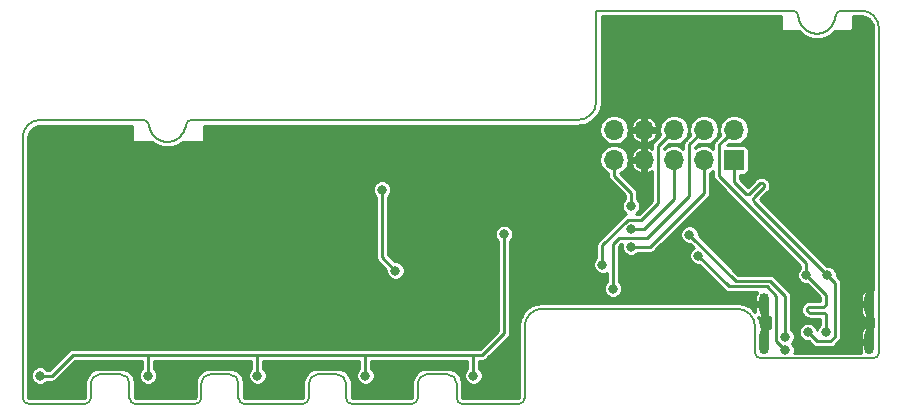
<source format=gbr>
%TF.GenerationSoftware,KiCad,Pcbnew,(5.0.0)*%
%TF.CreationDate,2019-04-13T23:36:30-04:00*%
%TF.ProjectId,Fusion USB Daughter Board,467573696F6E20555342204461756768,rev?*%
%TF.SameCoordinates,Original*%
%TF.FileFunction,Copper,L2,Bot,Signal*%
%TF.FilePolarity,Positive*%
%FSLAX46Y46*%
G04 Gerber Fmt 4.6, Leading zero omitted, Abs format (unit mm)*
G04 Created by KiCad (PCBNEW (5.0.0)) date 04/13/19 23:36:30*
%MOMM*%
%LPD*%
G01*
G04 APERTURE LIST*
%ADD10C,0.200000*%
%ADD11O,0.850000X1.850000*%
%ADD12O,0.850000X2.050000*%
%ADD13R,1.700000X1.700000*%
%ADD14O,1.700000X1.700000*%
%ADD15C,0.800000*%
%ADD16C,0.254000*%
G04 APERTURE END LIST*
D10*
X175844523Y-100731300D02*
X175874537Y-100710100D01*
X175248101Y-100977300D02*
X175283192Y-100970800D01*
X175035584Y-100998300D02*
X175071150Y-100997000D01*
X174787114Y-100983000D02*
X174822434Y-100987800D01*
X174409341Y-100873400D02*
X174442557Y-100887500D01*
X174247966Y-100790400D02*
X174279560Y-100808600D01*
X176071720Y-100541600D02*
X176097880Y-100514800D01*
X176097880Y-100514800D02*
X176123490Y-100487400D01*
X174751899Y-100977300D02*
X174787114Y-100983000D01*
X174543794Y-100925100D02*
X174578013Y-100935900D01*
X176045030Y-100567700D02*
X176071720Y-100541600D01*
X175990122Y-100617900D02*
X176017830Y-100593200D01*
X175814091Y-100751700D02*
X175844523Y-100731300D01*
X175961925Y-100642000D02*
X175990122Y-100617900D01*
X174928850Y-100997000D02*
X174964416Y-100998300D01*
X175318144Y-100963300D02*
X175352939Y-100955000D01*
X175933253Y-100665400D02*
X175961925Y-100642000D01*
X175106680Y-100994800D02*
X175142158Y-100991800D01*
X175142158Y-100991800D02*
X175177566Y-100987800D01*
X174857842Y-100991800D02*
X174893320Y-100994800D01*
X175071150Y-100997000D02*
X175106680Y-100994800D01*
X175904118Y-100688100D02*
X175933253Y-100665400D01*
X175456206Y-100925100D02*
X175490200Y-100913400D01*
X175874537Y-100710100D02*
X175904118Y-100688100D01*
X175783256Y-100771500D02*
X175814091Y-100751700D01*
X175752034Y-100790400D02*
X175783256Y-100771500D01*
X175623583Y-100858400D02*
X175656199Y-100842600D01*
X174578013Y-100935900D02*
X174612442Y-100945900D01*
X175387558Y-100945900D02*
X175421987Y-100935900D01*
X174376417Y-100858400D02*
X174409341Y-100873400D01*
X175352939Y-100955000D02*
X175387558Y-100945900D01*
X175283192Y-100970800D02*
X175318144Y-100963300D01*
X175212886Y-100983000D02*
X175248101Y-100977300D01*
X174647061Y-100955000D02*
X174681856Y-100963300D01*
X174893320Y-100994800D02*
X174928850Y-100997000D01*
X174822434Y-100987800D02*
X174857842Y-100991800D01*
X175720440Y-100808600D02*
X175752034Y-100790400D01*
X174612442Y-100945900D02*
X174647061Y-100955000D01*
X174311510Y-100826000D02*
X174343801Y-100842600D01*
X174681856Y-100963300D02*
X174716808Y-100970800D01*
X174343801Y-100842600D02*
X174376417Y-100858400D01*
X175177566Y-100987800D02*
X175212886Y-100983000D01*
X175688490Y-100826000D02*
X175720440Y-100808600D01*
X174716808Y-100970800D02*
X174751899Y-100977300D01*
X175656199Y-100842600D02*
X175688490Y-100826000D01*
X175490200Y-100913400D02*
X175523951Y-100900900D01*
X174509800Y-100913400D02*
X174543794Y-100925100D01*
X174964416Y-100998300D02*
X175000000Y-100998800D01*
X174279560Y-100808600D02*
X174311510Y-100826000D01*
X175421987Y-100935900D02*
X175456206Y-100925100D01*
X175523951Y-100900900D02*
X175557443Y-100887500D01*
X174442557Y-100887500D02*
X174476049Y-100900900D01*
X175000000Y-100998800D02*
X175035584Y-100998300D01*
X175557443Y-100887500D02*
X175590659Y-100873400D01*
X176017830Y-100593200D02*
X176045030Y-100567700D01*
X175590659Y-100873400D02*
X175623583Y-100858400D01*
X174476049Y-100900900D02*
X174509800Y-100913400D01*
X121071400Y-109698700D02*
X121096800Y-109672700D01*
X120541500Y-110050700D02*
X120573900Y-110037400D01*
X119965500Y-110155100D02*
X120000000Y-110155500D01*
X120342600Y-110114300D02*
X120376200Y-110105700D01*
X119759200Y-110135300D02*
X119793400Y-110140700D01*
X119590300Y-110096300D02*
X119623800Y-110105700D01*
X121045500Y-109724000D02*
X121071400Y-109698700D01*
X120103500Y-110151800D02*
X120137900Y-110148900D01*
X120069000Y-110153900D02*
X120103500Y-110151800D01*
X120034500Y-110155100D02*
X120069000Y-110153900D01*
X119896500Y-110151800D02*
X119931000Y-110153900D01*
X119268600Y-109959200D02*
X119299500Y-109976300D01*
X121019100Y-109748700D02*
X121045500Y-109724000D01*
X120240800Y-110135300D02*
X120274800Y-110129100D01*
X119557000Y-110086100D02*
X119590300Y-110096300D01*
X119238100Y-109941300D02*
X119268600Y-109959200D01*
X119491100Y-110063300D02*
X119524000Y-110075100D01*
X120606000Y-110023300D02*
X120637800Y-110008400D01*
X119207900Y-109922700D02*
X119238100Y-109941300D01*
X120992200Y-109772800D02*
X121019100Y-109748700D01*
X120409700Y-110096300D02*
X120443000Y-110086100D01*
X120443000Y-110086100D02*
X120476000Y-110075100D01*
X120172300Y-110145200D02*
X120206600Y-110140700D01*
X120731400Y-109959200D02*
X120761900Y-109941300D01*
X120376200Y-110105700D02*
X120409700Y-110096300D01*
X119119700Y-109862600D02*
X119148700Y-109883300D01*
X120964900Y-109796300D02*
X120992200Y-109772800D01*
X120937200Y-109819000D02*
X120964900Y-109796300D01*
X120909000Y-109841100D02*
X120937200Y-109819000D01*
X120880300Y-109862600D02*
X120909000Y-109841100D01*
X120851300Y-109883300D02*
X120880300Y-109862600D01*
X120669300Y-109992700D02*
X120700500Y-109976300D01*
X119931000Y-110153900D02*
X119965500Y-110155100D01*
X119725200Y-110129100D02*
X119759200Y-110135300D01*
X120637800Y-110008400D02*
X120669300Y-109992700D01*
X120573900Y-110037400D02*
X120606000Y-110023300D01*
X120508900Y-110063300D02*
X120541500Y-110050700D01*
X119394000Y-110023300D02*
X119426100Y-110037400D01*
X120206600Y-110140700D02*
X120240800Y-110135300D01*
X119330700Y-109992700D02*
X119362200Y-110008400D01*
X120137900Y-110148900D02*
X120172300Y-110145200D01*
X119691200Y-110122100D02*
X119725200Y-110129100D01*
X119524000Y-110075100D02*
X119557000Y-110086100D01*
X119657400Y-110114300D02*
X119691200Y-110122100D01*
X119362200Y-110008400D02*
X119394000Y-110023300D01*
X120792100Y-109922700D02*
X120821900Y-109903300D01*
X120761900Y-109941300D02*
X120792100Y-109922700D01*
X120476000Y-110075100D02*
X120508900Y-110063300D01*
X119299500Y-109976300D02*
X119330700Y-109992700D01*
X120700500Y-109976300D02*
X120731400Y-109959200D01*
X120274800Y-110129100D02*
X120308800Y-110122100D01*
X119862100Y-110148900D02*
X119896500Y-110151800D01*
X119623800Y-110105700D02*
X119657400Y-110114300D01*
X119458500Y-110050700D02*
X119491100Y-110063300D01*
X119426100Y-110037400D02*
X119458500Y-110050700D01*
X119091000Y-109841100D02*
X119119700Y-109862600D01*
X120308800Y-110122100D02*
X120342600Y-110114300D01*
X119793400Y-110140700D02*
X119827700Y-110145200D01*
X119062800Y-109819000D02*
X119091000Y-109841100D01*
X119148700Y-109883300D02*
X119178100Y-109903300D01*
X120821900Y-109903300D02*
X120851300Y-109883300D01*
X120000000Y-110155500D02*
X120034500Y-110155100D01*
X119178100Y-109903300D02*
X119207900Y-109922700D01*
X119827700Y-110145200D02*
X119862100Y-110148900D01*
X176327570Y-100214200D02*
X176347110Y-100181200D01*
X176220260Y-100371600D02*
X176242980Y-100341200D01*
X176196950Y-100401400D02*
X176220260Y-100371600D01*
X118451500Y-108826800D02*
X118460600Y-108863800D01*
X176265070Y-100310200D02*
X176286550Y-100278700D01*
X176527100Y-99752900D02*
X176537340Y-99715100D01*
X176401670Y-100079400D02*
X176418480Y-100044600D01*
X176148550Y-100459300D02*
X176173040Y-100430700D01*
X118460600Y-108863800D02*
X118470400Y-108900600D01*
X176577050Y-99522700D02*
X176582670Y-99483700D01*
X176537340Y-99715100D02*
X176546820Y-99677100D01*
X118573700Y-109184400D02*
X118589700Y-109218400D01*
X118954500Y-109724000D02*
X118980900Y-109748700D01*
X118980900Y-109748700D02*
X119007800Y-109772800D01*
X118928600Y-109698700D02*
X118954500Y-109724000D01*
X118762000Y-109504700D02*
X118784200Y-109534100D01*
X118903200Y-109672700D02*
X118928600Y-109698700D01*
X118878400Y-109646100D02*
X118903200Y-109672700D01*
X118854000Y-109619000D02*
X118878400Y-109646100D01*
X118830200Y-109591200D02*
X118854000Y-109619000D01*
X176478640Y-99901400D02*
X176491870Y-99864800D01*
X118558400Y-109150100D02*
X118573700Y-109184400D01*
X118492000Y-108973300D02*
X118503900Y-109009300D01*
X118435600Y-108752300D02*
X118443200Y-108789700D01*
X176563480Y-99600300D02*
X176570650Y-99561600D01*
X176434590Y-100009300D02*
X176450000Y-99973700D01*
X176464680Y-99937800D02*
X176478640Y-99901400D01*
X176384160Y-100113700D02*
X176401670Y-100079400D01*
X176347110Y-100181200D02*
X176365970Y-100147700D01*
X176418480Y-100044600D02*
X176434590Y-100009300D01*
X176504360Y-99827800D02*
X176516100Y-99790500D01*
X176173040Y-100430700D02*
X176196950Y-100401400D01*
X176242980Y-100341200D02*
X176265070Y-100310200D01*
X118443200Y-108789700D02*
X118451500Y-108826800D01*
X176516100Y-99790500D02*
X176527100Y-99752900D01*
X118806900Y-109563000D02*
X118830200Y-109591200D01*
X118543700Y-109115400D02*
X118558400Y-109150100D01*
X118784200Y-109534100D02*
X118806900Y-109563000D01*
X118719400Y-109444400D02*
X118740400Y-109474800D01*
X118699000Y-109413500D02*
X118719400Y-109444400D01*
X118529800Y-109080400D02*
X118543700Y-109115400D01*
X118660100Y-109350200D02*
X118679200Y-109382100D01*
X118623600Y-109285200D02*
X118641500Y-109317900D01*
X118606300Y-109252000D02*
X118623600Y-109285200D01*
X176307380Y-100246700D02*
X176327570Y-100214200D01*
X118503900Y-109009300D02*
X118516500Y-109045000D01*
X118470400Y-108900600D02*
X118480800Y-108937100D01*
X118428700Y-108714700D02*
X118435600Y-108752300D01*
X176546820Y-99677100D02*
X176555540Y-99638800D01*
X176123490Y-100487400D02*
X176148550Y-100459300D01*
X176570650Y-99561600D02*
X176577050Y-99522700D01*
X176491870Y-99864800D02*
X176504360Y-99827800D01*
X176286550Y-100278700D02*
X176307380Y-100246700D01*
X176365970Y-100147700D02*
X176384160Y-100113700D01*
X119035100Y-109796300D02*
X119062800Y-109819000D01*
X118589700Y-109218400D02*
X118606300Y-109252000D01*
X119007800Y-109772800D02*
X119035100Y-109796300D01*
X118740400Y-109474800D02*
X118762000Y-109504700D01*
X118480800Y-108937100D02*
X118492000Y-108973300D01*
X176555540Y-99638800D02*
X176563480Y-99600300D01*
X118679200Y-109382100D02*
X118699000Y-109413500D01*
X118641500Y-109317900D02*
X118660100Y-109350200D01*
X118516500Y-109045000D02*
X118529800Y-109080400D01*
X176450000Y-99973700D02*
X176464680Y-99937800D01*
X121441600Y-109150100D02*
X121456300Y-109115400D01*
X121358500Y-109317900D02*
X121376400Y-109285200D01*
X121339900Y-109350200D02*
X121358500Y-109317900D01*
X121393700Y-109252000D02*
X121410300Y-109218400D01*
X121496100Y-109009300D02*
X121508000Y-108973300D01*
X121301000Y-109413500D02*
X121320800Y-109382100D01*
X121121600Y-109646100D02*
X121146000Y-109619000D01*
X121548500Y-108826800D02*
X121556800Y-108789700D01*
X121564400Y-108752300D02*
X121571300Y-108714700D01*
X121519200Y-108937100D02*
X121529600Y-108900600D01*
X121215800Y-109534100D02*
X121238000Y-109504700D01*
X121539400Y-108863800D02*
X121548500Y-108826800D01*
X121483500Y-109045000D02*
X121496100Y-109009300D01*
X121456300Y-109115400D02*
X121470200Y-109080400D01*
X121508000Y-108973300D02*
X121519200Y-108937100D01*
X121146000Y-109619000D02*
X121169800Y-109591200D01*
X121320800Y-109382100D02*
X121339900Y-109350200D01*
X121376400Y-109285200D02*
X121393700Y-109252000D01*
X121426300Y-109184400D02*
X121441600Y-109150100D01*
X121259600Y-109474800D02*
X121280600Y-109444400D01*
X121280600Y-109444400D02*
X121301000Y-109413500D01*
X121556800Y-108789700D02*
X121564400Y-108752300D01*
X121410300Y-109218400D02*
X121426300Y-109184400D01*
X121470200Y-109080400D02*
X121483500Y-109045000D01*
X121169800Y-109591200D02*
X121193100Y-109563000D01*
X121096800Y-109672700D02*
X121121600Y-109646100D01*
X121238000Y-109504700D02*
X121259600Y-109474800D01*
X121529600Y-108900600D02*
X121539400Y-108863800D01*
X121193100Y-109563000D02*
X121215800Y-109534100D01*
X117936045Y-108299999D02*
G75*
G02X118428722Y-108714735I0J-500001D01*
G01*
X107750476Y-109800000D02*
G75*
G02X109250476Y-108300000I1500000J0D01*
G01*
X108250476Y-132350000D02*
X113014721Y-132350000D01*
X108250476Y-132350000D02*
G75*
G02X107750476Y-131850000I0J500000D01*
G01*
X117936045Y-108300000D02*
X109250476Y-108300000D01*
X107750476Y-109800000D02*
X107750476Y-131850000D01*
X113514721Y-131850000D02*
G75*
G02X113014721Y-132350000I-500000J0D01*
G01*
X174125463Y-100710100D02*
X174155477Y-100731300D01*
X173928280Y-100541600D02*
X173954970Y-100567700D01*
X174095882Y-100688100D02*
X174125463Y-100710100D01*
X174066747Y-100665400D02*
X174095882Y-100688100D01*
X174038075Y-100642000D02*
X174066747Y-100665400D01*
X173713450Y-100278700D02*
X173734930Y-100310200D01*
X173565410Y-100009300D02*
X173581520Y-100044600D01*
X173757020Y-100341200D02*
X173779740Y-100371600D01*
X174009878Y-100617900D02*
X174038075Y-100642000D01*
X173672430Y-100214200D02*
X173692620Y-100246700D01*
X173615840Y-100113700D02*
X173634030Y-100147700D01*
X173851450Y-100459300D02*
X173876510Y-100487400D01*
X173652890Y-100181200D02*
X173672430Y-100214200D01*
X174216744Y-100771500D02*
X174247966Y-100790400D01*
X174185909Y-100751700D02*
X174216744Y-100771500D01*
X174155477Y-100731300D02*
X174185909Y-100751700D01*
X173634030Y-100147700D02*
X173652890Y-100181200D01*
X173734930Y-100310200D02*
X173757020Y-100341200D01*
X173598330Y-100079400D02*
X173615840Y-100113700D01*
X173982170Y-100593200D02*
X174009878Y-100617900D01*
X173954970Y-100567700D02*
X173982170Y-100593200D01*
X173692620Y-100246700D02*
X173713450Y-100278700D01*
X173581520Y-100044600D02*
X173598330Y-100079400D01*
X173826960Y-100430700D02*
X173851450Y-100459300D01*
X173779740Y-100371600D02*
X173803050Y-100401400D01*
X173803050Y-100401400D02*
X173826960Y-100430700D01*
X173876510Y-100487400D02*
X173902120Y-100514800D01*
X173902120Y-100514800D02*
X173928280Y-100541600D01*
X126523615Y-132350000D02*
X131476385Y-132350000D01*
X172921746Y-99050000D02*
X156300000Y-99050000D01*
X172921746Y-99050000D02*
G75*
G02X173417335Y-99483729I0J-500000D01*
G01*
X170250000Y-128500000D02*
X179750000Y-128500000D01*
X173550000Y-99973700D02*
X173565410Y-100009300D01*
X173535320Y-99937800D02*
X173550000Y-99973700D01*
X173444460Y-99638800D02*
X173453180Y-99677100D01*
X125273615Y-129850000D02*
G75*
G02X126023615Y-130600000I0J-750000D01*
G01*
X173417330Y-99483700D02*
X173422950Y-99522700D01*
X156300000Y-106800000D02*
G75*
G02X154800000Y-108300000I-1500000J0D01*
G01*
X150249524Y-125789340D02*
G75*
G02X151749524Y-124289340I1500000J0D01*
G01*
X180250000Y-128000000D02*
X180250000Y-100550000D01*
X180250000Y-128000000D02*
G75*
G02X179750000Y-128500000I-500000J0D01*
G01*
X117296238Y-132350000D02*
X122370701Y-132350000D01*
X141203762Y-131850000D02*
X141203762Y-130600000D01*
X173521360Y-99901400D02*
X173535320Y-99937800D01*
X123620701Y-129850000D02*
X125273615Y-129850000D01*
X122870701Y-131850000D02*
G75*
G02X122370701Y-132350000I-500000J0D01*
G01*
X122870701Y-130600000D02*
G75*
G02X123620701Y-129850000I750000J0D01*
G01*
X173508130Y-99864800D02*
X173521360Y-99901400D01*
X132726385Y-129850000D02*
X134379299Y-129850000D01*
X173495640Y-99827800D02*
X173508130Y-99864800D01*
X173472900Y-99752900D02*
X173483900Y-99790500D01*
X173436520Y-99600300D02*
X173444460Y-99638800D01*
X173462660Y-99715100D02*
X173472900Y-99752900D01*
X173429350Y-99561600D02*
X173436520Y-99600300D01*
X113514721Y-130600000D02*
G75*
G02X114264721Y-129850000I750000J0D01*
G01*
X141203762Y-131850000D02*
G75*
G02X140703762Y-132350000I-500000J0D01*
G01*
X150249524Y-131850000D02*
G75*
G02X149749524Y-132350000I-500000J0D01*
G01*
X135129299Y-130600000D02*
X135129299Y-131850000D01*
X122870701Y-131850000D02*
X122870701Y-130600000D01*
X134379299Y-129850000D02*
G75*
G02X135129299Y-130600000I0J-750000D01*
G01*
X173422950Y-99522700D02*
X173429350Y-99561600D01*
X144985279Y-132350000D02*
X149749524Y-132350000D01*
X143735279Y-129850000D02*
G75*
G02X144485279Y-130600000I0J-750000D01*
G01*
X135629299Y-132350000D02*
X140703762Y-132350000D01*
X156300000Y-99050000D02*
X156300000Y-106800000D01*
X169750000Y-125789340D02*
X169750000Y-128000000D01*
X131976385Y-131850000D02*
G75*
G02X131476385Y-132350000I-500000J0D01*
G01*
X126023615Y-130600000D02*
X126023615Y-131850000D01*
X150249524Y-131850000D02*
X150249524Y-125789340D01*
X173453180Y-99677100D02*
X173462660Y-99715100D01*
X178750000Y-99050000D02*
G75*
G02X180250000Y-100550000I0J-1500000D01*
G01*
X126523615Y-132350000D02*
G75*
G02X126023615Y-131850000I0J500000D01*
G01*
X116796238Y-130600000D02*
X116796238Y-131850000D01*
X176582665Y-99483729D02*
G75*
G02X177078254Y-99050000I495589J-66271D01*
G01*
X178750000Y-99050000D02*
X177078254Y-99050000D01*
X170250000Y-128500000D02*
G75*
G02X169750000Y-128000000I0J500000D01*
G01*
X168250000Y-124289340D02*
G75*
G02X169750000Y-125789340I0J-1500000D01*
G01*
X135629299Y-132350000D02*
G75*
G02X135129299Y-131850000I0J500000D01*
G01*
X131976385Y-130600000D02*
G75*
G02X132726385Y-129850000I750000J0D01*
G01*
X116046238Y-129850000D02*
G75*
G02X116796238Y-130600000I0J-750000D01*
G01*
X141953762Y-129850000D02*
X143735279Y-129850000D01*
X141203762Y-130600000D02*
G75*
G02X141953762Y-129850000I750000J0D01*
G01*
X114264721Y-129850000D02*
X116046238Y-129850000D01*
X117296238Y-132350000D02*
G75*
G02X116796238Y-131850000I0J500000D01*
G01*
X131976385Y-131850000D02*
X131976385Y-130600000D01*
X151749524Y-124289340D02*
X168250000Y-124289340D01*
X173483900Y-99790500D02*
X173495640Y-99827800D01*
X121571279Y-108714735D02*
G75*
G02X122063955Y-108300000I492676J-85265D01*
G01*
X113514721Y-131850000D02*
X113514721Y-130600000D01*
X154800000Y-108300000D02*
X122063955Y-108300000D01*
X144985279Y-132350000D02*
G75*
G02X144485279Y-131850000I0J500000D01*
G01*
X144485279Y-130600000D02*
X144485279Y-131850000D01*
D11*
X179450000Y-123900000D03*
X170550000Y-123900000D03*
D12*
X179450000Y-127100000D03*
X170550000Y-127100000D03*
D13*
X167980000Y-111690000D03*
D14*
X167980000Y-109150000D03*
X165440000Y-111690000D03*
X165440000Y-109150000D03*
X162900000Y-111690000D03*
X162900000Y-109150000D03*
X160360000Y-111690000D03*
X160360000Y-109150000D03*
X157820000Y-111690000D03*
X157820000Y-109150000D03*
D15*
X174999994Y-119285000D03*
X115183000Y-129064000D03*
X116072000Y-129064000D03*
X114294000Y-129064000D03*
X155315000Y-120555000D03*
X142742000Y-129064000D03*
X138043000Y-121063000D03*
X130931000Y-121063000D03*
X178302000Y-120174000D03*
X179318000Y-120174000D03*
X178302000Y-121190000D03*
X179318000Y-121190000D03*
X178302000Y-119158000D03*
X179318000Y-119158000D03*
X170555000Y-120174000D03*
X171571000Y-120174000D03*
X171571000Y-121190000D03*
X171571000Y-119158000D03*
X170555000Y-119158000D03*
X170555000Y-121190000D03*
X109214000Y-129953000D03*
X148491000Y-117981000D03*
X118358000Y-129953000D03*
X127629000Y-129953000D03*
X136773000Y-129953000D03*
X145917000Y-129953000D03*
X159252000Y-117507000D03*
X159252000Y-115602000D03*
X175889000Y-121444000D03*
X174238000Y-126270000D03*
X174111000Y-121444004D03*
X175762000Y-126270000D03*
X172333000Y-127794000D03*
X164967000Y-119793000D03*
X172333000Y-126651000D03*
X164205000Y-118015000D03*
X159252000Y-119031000D03*
X157728000Y-122587000D03*
X156839000Y-120555000D03*
X139313000Y-121063000D03*
X138170000Y-114205000D03*
D16*
X148491000Y-126363000D02*
X148491000Y-117981000D01*
X146679000Y-128175000D02*
X148491000Y-126363000D01*
X109214000Y-129953000D02*
X110230000Y-129953000D01*
X110230000Y-129953000D02*
X112008000Y-128175000D01*
X118358000Y-129953000D02*
X118358000Y-128175000D01*
X112008000Y-128175000D02*
X118358000Y-128175000D01*
X127629000Y-129387315D02*
X127629000Y-128175000D01*
X127629000Y-129953000D02*
X127629000Y-129387315D01*
X118358000Y-128175000D02*
X127629000Y-128175000D01*
X136773000Y-129953000D02*
X136773000Y-128175000D01*
X127629000Y-128175000D02*
X136773000Y-128175000D01*
X145917000Y-129387315D02*
X145917000Y-128175000D01*
X145917000Y-129953000D02*
X145917000Y-129387315D01*
X136773000Y-128175000D02*
X145917000Y-128175000D01*
X145917000Y-128175000D02*
X146679000Y-128175000D01*
X162900000Y-115002000D02*
X162900000Y-111690000D01*
X159252000Y-117507000D02*
X160395000Y-117507000D01*
X160395000Y-117507000D02*
X162900000Y-115002000D01*
X157820000Y-113027000D02*
X157820000Y-111690000D01*
X159252000Y-115602000D02*
X159252000Y-114459000D01*
X159252000Y-114459000D02*
X157820000Y-113027000D01*
X176539001Y-122094001D02*
X175889000Y-121444000D01*
X176539001Y-126642961D02*
X176539001Y-122094001D01*
X176134961Y-127047001D02*
X176539001Y-126642961D01*
X174238000Y-126270000D02*
X175015001Y-127047001D01*
X175015001Y-127047001D02*
X176134961Y-127047001D01*
X167980000Y-112676552D02*
X167980000Y-111690000D01*
X167980000Y-113535000D02*
X167980000Y-112676552D01*
X168947579Y-114502579D02*
X167980000Y-113535000D01*
X169043292Y-114562719D02*
X168992047Y-114538041D01*
X169262319Y-114538041D02*
X169211074Y-114562719D01*
X170102507Y-113706860D02*
X169306788Y-114502578D01*
X170146976Y-113671397D02*
X170102507Y-113706860D01*
X170253673Y-113634062D02*
X170198221Y-113646718D01*
X170310551Y-113634062D02*
X170253673Y-113634062D01*
X170366003Y-113646718D02*
X170310551Y-113634062D01*
X170198221Y-113646718D02*
X170146976Y-113671397D01*
X170417249Y-113671397D02*
X170366003Y-113646718D01*
X170461718Y-113706860D02*
X170417249Y-113671397D01*
X169211074Y-114562719D02*
X169155622Y-114575376D01*
X169593202Y-115012955D02*
X169605858Y-114957503D01*
X169098744Y-114575376D02*
X169043292Y-114562719D01*
X169593202Y-115069833D02*
X169593202Y-115012955D01*
X169605858Y-115125285D02*
X169593202Y-115069833D01*
X170521859Y-113802574D02*
X170497181Y-113751329D01*
X169630537Y-115176531D02*
X169605858Y-115125285D01*
X175889000Y-121444000D02*
X169666000Y-115221000D01*
X169306788Y-114502578D02*
X169262319Y-114538041D01*
X170534516Y-113858026D02*
X170521859Y-113802574D01*
X169155622Y-114575376D02*
X169098744Y-114575376D01*
X169666000Y-115221000D02*
X169630537Y-115176531D01*
X169605858Y-114957503D02*
X169630537Y-114906258D01*
X169630537Y-114906258D02*
X169666000Y-114861789D01*
X169666000Y-114861789D02*
X170461718Y-114066070D01*
X170461718Y-114066070D02*
X170497181Y-114021601D01*
X170497181Y-113751329D02*
X170461718Y-113706860D01*
X168992047Y-114538041D02*
X168947579Y-114502579D01*
X170497181Y-114021601D02*
X170521859Y-113970356D01*
X170521859Y-113970356D02*
X170534516Y-113914904D01*
X170534516Y-113914904D02*
X170534516Y-113858026D01*
X167130001Y-109999999D02*
X167980000Y-109150000D01*
X166745000Y-110385000D02*
X167130001Y-109999999D01*
X166745000Y-113062000D02*
X166745000Y-110385000D01*
X174111000Y-121444004D02*
X174111000Y-120428000D01*
X174111000Y-120428000D02*
X166745000Y-113062000D01*
X175736846Y-124762793D02*
X175755631Y-124816479D01*
X175762000Y-126146043D02*
X175762000Y-126270000D01*
X175666366Y-124674414D02*
X175706585Y-124714633D01*
X175508000Y-124619000D02*
X175564520Y-124625368D01*
X174311691Y-124593846D02*
X174365377Y-124612631D01*
X174263531Y-124563585D02*
X174311691Y-124593846D01*
X174223312Y-124523366D02*
X174263531Y-124563585D01*
X174174266Y-124421520D02*
X174193051Y-124475206D01*
X174167898Y-124365000D02*
X174174266Y-124421520D01*
X174193051Y-124475206D02*
X174223312Y-124523366D01*
X175706585Y-124015366D02*
X175666366Y-124055585D01*
X175508000Y-124111000D02*
X174421898Y-124111000D01*
X175706585Y-124714633D02*
X175736846Y-124762793D01*
X175736846Y-123967206D02*
X175706585Y-124015366D01*
X175618206Y-124644153D02*
X175666366Y-124674414D01*
X175755631Y-123913520D02*
X175736846Y-123967206D01*
X174223312Y-124206633D02*
X174193051Y-124254793D01*
X175762000Y-123857000D02*
X175755631Y-123913520D01*
X174174266Y-124308479D02*
X174167898Y-124365000D01*
X174111000Y-121444004D02*
X175762000Y-123095004D01*
X174421898Y-124619000D02*
X175508000Y-124619000D01*
X175762000Y-123095004D02*
X175762000Y-123857000D01*
X175755631Y-124816479D02*
X175762000Y-124873000D01*
X175666366Y-124055585D02*
X175618206Y-124085846D01*
X175762000Y-124873000D02*
X175762000Y-126146043D01*
X175618206Y-124085846D02*
X175564520Y-124104631D01*
X175564520Y-124625368D02*
X175618206Y-124644153D01*
X174311691Y-124136153D02*
X174263531Y-124166414D01*
X175564520Y-124104631D02*
X175508000Y-124111000D01*
X174421898Y-124111000D02*
X174365377Y-124117368D01*
X174263531Y-124166414D02*
X174223312Y-124206633D01*
X174365377Y-124117368D02*
X174311691Y-124136153D01*
X174365377Y-124612631D02*
X174421898Y-124619000D01*
X174193051Y-124254793D02*
X174174266Y-124308479D01*
X171571000Y-127032000D02*
X172333000Y-127794000D01*
X171571000Y-123222000D02*
X171571000Y-127032000D01*
X167566921Y-122392921D02*
X170741921Y-122392921D01*
X170741921Y-122392921D02*
X171571000Y-123222000D01*
X167566921Y-122392921D02*
X164967000Y-119793000D01*
X172333000Y-126651000D02*
X172333000Y-126085315D01*
X172333000Y-126085315D02*
X172333000Y-123222000D01*
X172333000Y-123222000D02*
X171444000Y-122333000D01*
X171444000Y-122333000D02*
X171063000Y-121952000D01*
X171063000Y-121952000D02*
X168142000Y-121952000D01*
X168142000Y-121952000D02*
X164205000Y-118015000D01*
X160903000Y-119031000D02*
X159252000Y-119031000D01*
X165440000Y-111690000D02*
X165440000Y-114494000D01*
X165440000Y-114494000D02*
X160903000Y-119031000D01*
X164205000Y-110385000D02*
X165440000Y-109150000D01*
X164205000Y-114713000D02*
X164205000Y-110385000D01*
X160649000Y-118269000D02*
X164205000Y-114713000D01*
X158236000Y-118269000D02*
X160649000Y-118269000D01*
X157728000Y-122587000D02*
X157728000Y-118777000D01*
X157728000Y-118777000D02*
X158236000Y-118269000D01*
X161538000Y-110512000D02*
X162900000Y-109150000D01*
X161538000Y-115348000D02*
X161538000Y-110512000D01*
X160141000Y-116745000D02*
X161538000Y-115348000D01*
X158998000Y-116745000D02*
X160141000Y-116745000D01*
X156839000Y-120555000D02*
X156839000Y-118904000D01*
X156839000Y-118904000D02*
X158998000Y-116745000D01*
X139313000Y-121063000D02*
X138170000Y-119920000D01*
X138170000Y-119920000D02*
X138170000Y-114205000D01*
G36*
X171952000Y-100616000D02*
X171961667Y-100664601D01*
X171989197Y-100705803D01*
X172030399Y-100733333D01*
X172079000Y-100743000D01*
X173460297Y-100743000D01*
X173460938Y-100744089D01*
X173471903Y-100756384D01*
X173484248Y-100771512D01*
X173488591Y-100775096D01*
X173489237Y-100775820D01*
X173489825Y-100776507D01*
X173492759Y-100781237D01*
X173506060Y-100795468D01*
X173516907Y-100808135D01*
X173520653Y-100811080D01*
X173521281Y-100811752D01*
X173522046Y-100812610D01*
X173524827Y-100816883D01*
X173536749Y-100829097D01*
X173549059Y-100842900D01*
X173553470Y-100846227D01*
X173554262Y-100847039D01*
X173555003Y-100847831D01*
X173558114Y-100852376D01*
X173571342Y-100865311D01*
X173583066Y-100877855D01*
X173587218Y-100880837D01*
X173588001Y-100881602D01*
X173588514Y-100882128D01*
X173591434Y-100886207D01*
X173603938Y-100897930D01*
X173617168Y-100911483D01*
X173621740Y-100914618D01*
X173622304Y-100915147D01*
X173623164Y-100915989D01*
X173626738Y-100920725D01*
X173641101Y-100933528D01*
X173652544Y-100944719D01*
X173656678Y-100947415D01*
X173657597Y-100948235D01*
X173658307Y-100948900D01*
X173661351Y-100952764D01*
X173673555Y-100963195D01*
X173687755Y-100976507D01*
X173692819Y-100979659D01*
X173693544Y-100980279D01*
X173693759Y-100980470D01*
X173697245Y-100984695D01*
X173712069Y-100996793D01*
X173725170Y-101008472D01*
X173729501Y-101011019D01*
X173729721Y-101011199D01*
X173730226Y-101011631D01*
X173733753Y-101015713D01*
X173747883Y-101026722D01*
X173761572Y-101038422D01*
X173766303Y-101041074D01*
X173766827Y-101041482D01*
X173767219Y-101041802D01*
X173770823Y-101045789D01*
X173785265Y-101056530D01*
X173799321Y-101068001D01*
X173804106Y-101070542D01*
X173804515Y-101070846D01*
X173805259Y-101071426D01*
X173809266Y-101075646D01*
X173824354Y-101086303D01*
X173837626Y-101096644D01*
X173842362Y-101099023D01*
X173843161Y-101099588D01*
X173844256Y-101100402D01*
X173848300Y-101104458D01*
X173862593Y-101114040D01*
X173876430Y-101124330D01*
X173881616Y-101126791D01*
X173882708Y-101127524D01*
X173886152Y-101130844D01*
X173900011Y-101139743D01*
X173916667Y-101151508D01*
X173922079Y-101153916D01*
X173922436Y-101154155D01*
X173927131Y-101158448D01*
X173944754Y-101169116D01*
X173957431Y-101177614D01*
X173961783Y-101179424D01*
X173962220Y-101179689D01*
X173962958Y-101180163D01*
X173966821Y-101183544D01*
X173980454Y-101191397D01*
X173996712Y-101201837D01*
X174002580Y-101204143D01*
X174003352Y-101204588D01*
X174003462Y-101204654D01*
X174007907Y-101208361D01*
X174024630Y-101217468D01*
X174039406Y-101226413D01*
X174044341Y-101228203D01*
X174044444Y-101228259D01*
X174045006Y-101228583D01*
X174049466Y-101232125D01*
X174065162Y-101240194D01*
X174080513Y-101249037D01*
X174085928Y-101250869D01*
X174086511Y-101251169D01*
X174086930Y-101251397D01*
X174091468Y-101254829D01*
X174107426Y-101262559D01*
X174123064Y-101271076D01*
X174128519Y-101272777D01*
X174128955Y-101272989D01*
X174129281Y-101273156D01*
X174133888Y-101276472D01*
X174150087Y-101283852D01*
X174166020Y-101292043D01*
X174171512Y-101293613D01*
X174171823Y-101293755D01*
X174172674Y-101294167D01*
X174177786Y-101297648D01*
X174194545Y-101304762D01*
X174209352Y-101311935D01*
X174214760Y-101313343D01*
X174215609Y-101313703D01*
X174215664Y-101313729D01*
X174219899Y-101316485D01*
X174234797Y-101322445D01*
X174253031Y-101330753D01*
X174259174Y-101332199D01*
X174259226Y-101332220D01*
X174264572Y-101335505D01*
X174283355Y-101342462D01*
X174298216Y-101348770D01*
X174303165Y-101349800D01*
X174303678Y-101350005D01*
X174308469Y-101352798D01*
X174324141Y-101358192D01*
X174341357Y-101365080D01*
X174347457Y-101366217D01*
X174347993Y-101366401D01*
X174348424Y-101366561D01*
X174353847Y-101369538D01*
X174371538Y-101375121D01*
X174387170Y-101380911D01*
X174392660Y-101381788D01*
X174393121Y-101381933D01*
X174393444Y-101382044D01*
X174398357Y-101384596D01*
X174414380Y-101389250D01*
X174432051Y-101395332D01*
X174438195Y-101396167D01*
X174438528Y-101396264D01*
X174438790Y-101396347D01*
X174444344Y-101399053D01*
X174462419Y-101403804D01*
X174478419Y-101408854D01*
X174483933Y-101409460D01*
X174484191Y-101409527D01*
X174484357Y-101409576D01*
X174489375Y-101411880D01*
X174505688Y-101415771D01*
X174523772Y-101421024D01*
X174529723Y-101421539D01*
X174534622Y-101423655D01*
X174552666Y-101427527D01*
X174570596Y-101432240D01*
X174576139Y-101432577D01*
X174576364Y-101432631D01*
X174582621Y-101435126D01*
X174601434Y-101438611D01*
X174616330Y-101442164D01*
X174621718Y-101442368D01*
X174622534Y-101442519D01*
X174623233Y-101442669D01*
X174628279Y-101444550D01*
X174643423Y-101447001D01*
X174662212Y-101451033D01*
X174668957Y-101451134D01*
X174669574Y-101451234D01*
X174675400Y-101453239D01*
X174694209Y-101455795D01*
X174710874Y-101458882D01*
X174716257Y-101458811D01*
X174721366Y-101460441D01*
X174738208Y-101462344D01*
X174757022Y-101465389D01*
X174763177Y-101465168D01*
X174763636Y-101465231D01*
X174770110Y-101467097D01*
X174789330Y-101468722D01*
X174804603Y-101470798D01*
X174809976Y-101470468D01*
X174810570Y-101470519D01*
X174811119Y-101470581D01*
X174816312Y-101471952D01*
X174831685Y-101472904D01*
X174850920Y-101475077D01*
X174857646Y-101474512D01*
X174857967Y-101474531D01*
X174863939Y-101475948D01*
X174883022Y-101476646D01*
X174899996Y-101478081D01*
X174905190Y-101477497D01*
X174910290Y-101478586D01*
X174927305Y-101478825D01*
X174946406Y-101480008D01*
X174952489Y-101479185D01*
X174952753Y-101479194D01*
X174959390Y-101480418D01*
X174978772Y-101480146D01*
X174994187Y-101480709D01*
X174999489Y-101479854D01*
X175000000Y-101479847D01*
X175000511Y-101479854D01*
X175005813Y-101480709D01*
X175021228Y-101480146D01*
X175040610Y-101480418D01*
X175047247Y-101479194D01*
X175047511Y-101479185D01*
X175053594Y-101480008D01*
X175072695Y-101478825D01*
X175089710Y-101478586D01*
X175094810Y-101477497D01*
X175100004Y-101478081D01*
X175116979Y-101476646D01*
X175136061Y-101475948D01*
X175142033Y-101474531D01*
X175142352Y-101474512D01*
X175149078Y-101475077D01*
X175168311Y-101472904D01*
X175183688Y-101471952D01*
X175188883Y-101470580D01*
X175189422Y-101470519D01*
X175190024Y-101470468D01*
X175195397Y-101470798D01*
X175210668Y-101468723D01*
X175229891Y-101467097D01*
X175236366Y-101465230D01*
X175236823Y-101465168D01*
X175242977Y-101465389D01*
X175261791Y-101462344D01*
X175278633Y-101460441D01*
X175283742Y-101458811D01*
X175289127Y-101458882D01*
X175305794Y-101455795D01*
X175324600Y-101453239D01*
X175330427Y-101451234D01*
X175331042Y-101451134D01*
X175337789Y-101451033D01*
X175356584Y-101447000D01*
X175371720Y-101444550D01*
X175376764Y-101442670D01*
X175377469Y-101442519D01*
X175378282Y-101442368D01*
X175383670Y-101442164D01*
X175398566Y-101438611D01*
X175417379Y-101435126D01*
X175423636Y-101432631D01*
X175423861Y-101432577D01*
X175429404Y-101432240D01*
X175447334Y-101427527D01*
X175465378Y-101423655D01*
X175470280Y-101421538D01*
X175476228Y-101421023D01*
X175494296Y-101415775D01*
X175510625Y-101411880D01*
X175515647Y-101409574D01*
X175515784Y-101409534D01*
X175516067Y-101409460D01*
X175521581Y-101408854D01*
X175537581Y-101403804D01*
X175555656Y-101399053D01*
X175561210Y-101396347D01*
X175561485Y-101396260D01*
X175561803Y-101396168D01*
X175567949Y-101395332D01*
X175585623Y-101389249D01*
X175601643Y-101384596D01*
X175606556Y-101382044D01*
X175606879Y-101381933D01*
X175607341Y-101381787D01*
X175612829Y-101380911D01*
X175628459Y-101375122D01*
X175646153Y-101369538D01*
X175651575Y-101366561D01*
X175652009Y-101366401D01*
X175652543Y-101366217D01*
X175658643Y-101365080D01*
X175675859Y-101358192D01*
X175691531Y-101352798D01*
X175696322Y-101350005D01*
X175696834Y-101349800D01*
X175701785Y-101348770D01*
X175716637Y-101342465D01*
X175735428Y-101335506D01*
X175740779Y-101332218D01*
X175740826Y-101332199D01*
X175746969Y-101330753D01*
X175765203Y-101322445D01*
X175780101Y-101316485D01*
X175784336Y-101313729D01*
X175784387Y-101313705D01*
X175785241Y-101313343D01*
X175790648Y-101311935D01*
X175805453Y-101304763D01*
X175822214Y-101297648D01*
X175827327Y-101294167D01*
X175828171Y-101293758D01*
X175828494Y-101293611D01*
X175833980Y-101292042D01*
X175849899Y-101283858D01*
X175866112Y-101276472D01*
X175870721Y-101273155D01*
X175871039Y-101272991D01*
X175871479Y-101272778D01*
X175876936Y-101271076D01*
X175892581Y-101262556D01*
X175908531Y-101254829D01*
X175913067Y-101251399D01*
X175913488Y-101251169D01*
X175914073Y-101250869D01*
X175919487Y-101249037D01*
X175934833Y-101240197D01*
X175950535Y-101232125D01*
X175954997Y-101228581D01*
X175955556Y-101228259D01*
X175955659Y-101228203D01*
X175960594Y-101226413D01*
X175975370Y-101217468D01*
X175992093Y-101208361D01*
X175996538Y-101204654D01*
X175996648Y-101204588D01*
X175997418Y-101204144D01*
X176003289Y-101201837D01*
X176019554Y-101191393D01*
X176033179Y-101183544D01*
X176037040Y-101180164D01*
X176037792Y-101179681D01*
X176038217Y-101179424D01*
X176042569Y-101177614D01*
X176055246Y-101169116D01*
X176072869Y-101158448D01*
X176077564Y-101154155D01*
X176077923Y-101153915D01*
X176083332Y-101151508D01*
X176099978Y-101139750D01*
X176113848Y-101130844D01*
X176117292Y-101127524D01*
X176118384Y-101126791D01*
X176123570Y-101124330D01*
X176137407Y-101114040D01*
X176151700Y-101104458D01*
X176155744Y-101100402D01*
X176156845Y-101099583D01*
X176157634Y-101099025D01*
X176162373Y-101096645D01*
X176175650Y-101086300D01*
X176190734Y-101075646D01*
X176194740Y-101071427D01*
X176195489Y-101070843D01*
X176195894Y-101070542D01*
X176200679Y-101068001D01*
X176214735Y-101056530D01*
X176229177Y-101045789D01*
X176232781Y-101041802D01*
X176233171Y-101041484D01*
X176233698Y-101041073D01*
X176238428Y-101038422D01*
X176252114Y-101026724D01*
X176266247Y-101015713D01*
X176269775Y-101011630D01*
X176270271Y-101011206D01*
X176270499Y-101011019D01*
X176274830Y-101008472D01*
X176287931Y-100996793D01*
X176302755Y-100984695D01*
X176306241Y-100980470D01*
X176306474Y-100980263D01*
X176307178Y-100979661D01*
X176312245Y-100976507D01*
X176326454Y-100963186D01*
X176338649Y-100952763D01*
X176341691Y-100948901D01*
X176342396Y-100948241D01*
X176343322Y-100947415D01*
X176347456Y-100944719D01*
X176358899Y-100933528D01*
X176373262Y-100920725D01*
X176376836Y-100915989D01*
X176377713Y-100915130D01*
X176378257Y-100914620D01*
X176382832Y-100911483D01*
X176396072Y-100897919D01*
X176408566Y-100886206D01*
X176411483Y-100882131D01*
X176411999Y-100881603D01*
X176412782Y-100880837D01*
X176416934Y-100877855D01*
X176428658Y-100865312D01*
X176441885Y-100852377D01*
X176444996Y-100847832D01*
X176445738Y-100847039D01*
X176446530Y-100846227D01*
X176450941Y-100842900D01*
X176463251Y-100829097D01*
X176475173Y-100816883D01*
X176477954Y-100812610D01*
X176478719Y-100811752D01*
X176479347Y-100811080D01*
X176483093Y-100808135D01*
X176493941Y-100795466D01*
X176507241Y-100781237D01*
X176510175Y-100776509D01*
X176510772Y-100775811D01*
X176511410Y-100775096D01*
X176515752Y-100771512D01*
X176528096Y-100756385D01*
X176539062Y-100744089D01*
X176539703Y-100743000D01*
X177921000Y-100743000D01*
X177969601Y-100733333D01*
X178010803Y-100705803D01*
X178038333Y-100664601D01*
X178048000Y-100616000D01*
X178048000Y-99531000D01*
X178710246Y-99531000D01*
X179077927Y-99592199D01*
X179370496Y-99750060D01*
X179596156Y-99994178D01*
X179734490Y-100307080D01*
X179769001Y-100580268D01*
X179769000Y-122711992D01*
X179752473Y-122708020D01*
X179640500Y-122754889D01*
X179640500Y-123709500D01*
X179660500Y-123709500D01*
X179660500Y-124090500D01*
X179640500Y-124090500D01*
X179640500Y-125045111D01*
X179752473Y-125091980D01*
X179769000Y-125088008D01*
X179769000Y-125811992D01*
X179752473Y-125808020D01*
X179640500Y-125854889D01*
X179640500Y-126909500D01*
X179660500Y-126909500D01*
X179660500Y-127290500D01*
X179640500Y-127290500D01*
X179640500Y-127310500D01*
X179259500Y-127310500D01*
X179259500Y-127290500D01*
X178694800Y-127290500D01*
X178694800Y-127890500D01*
X178755837Y-128019000D01*
X173085150Y-128019000D01*
X173114000Y-127949351D01*
X173114000Y-127638649D01*
X172995100Y-127351599D01*
X172866001Y-127222500D01*
X172995100Y-127093401D01*
X173114000Y-126806351D01*
X173114000Y-126495649D01*
X172995100Y-126208599D01*
X172841000Y-126054499D01*
X172841000Y-123272028D01*
X172850951Y-123222000D01*
X172841000Y-123171972D01*
X172841000Y-123171968D01*
X172811525Y-123023788D01*
X172764391Y-122953247D01*
X172727588Y-122898167D01*
X172727586Y-122898165D01*
X172699247Y-122855753D01*
X172656835Y-122827414D01*
X171767832Y-121938412D01*
X171457587Y-121628167D01*
X171429247Y-121585753D01*
X171261212Y-121473475D01*
X171113032Y-121444000D01*
X171113028Y-121444000D01*
X171063000Y-121434049D01*
X171012972Y-121444000D01*
X168352421Y-121444000D01*
X164986000Y-118077580D01*
X164986000Y-117859649D01*
X164867100Y-117572599D01*
X164647401Y-117352900D01*
X164360351Y-117234000D01*
X164049649Y-117234000D01*
X163762599Y-117352900D01*
X163542900Y-117572599D01*
X163424000Y-117859649D01*
X163424000Y-118170351D01*
X163542900Y-118457401D01*
X163762599Y-118677100D01*
X164049649Y-118796000D01*
X164267580Y-118796000D01*
X164579669Y-119108089D01*
X164524599Y-119130900D01*
X164304900Y-119350599D01*
X164186000Y-119637649D01*
X164186000Y-119948351D01*
X164304900Y-120235401D01*
X164524599Y-120455100D01*
X164811649Y-120574000D01*
X165029580Y-120574000D01*
X167172333Y-122716753D01*
X167200674Y-122759168D01*
X167368709Y-122871446D01*
X167516889Y-122900921D01*
X167516893Y-122900921D01*
X167566921Y-122910872D01*
X167616949Y-122900921D01*
X169962911Y-122900921D01*
X169925187Y-122934998D01*
X169794800Y-123209500D01*
X169794800Y-123709500D01*
X170359500Y-123709500D01*
X170359500Y-123689500D01*
X170740500Y-123689500D01*
X170740500Y-123709500D01*
X170760500Y-123709500D01*
X170760500Y-124090500D01*
X170740500Y-124090500D01*
X170740500Y-125045111D01*
X170852473Y-125091980D01*
X170949303Y-125068711D01*
X171063000Y-124966005D01*
X171063001Y-125933995D01*
X170949303Y-125831289D01*
X170852473Y-125808020D01*
X170740500Y-125854889D01*
X170740500Y-126909500D01*
X170760500Y-126909500D01*
X170760500Y-127290500D01*
X170740500Y-127290500D01*
X170740500Y-127310500D01*
X170359500Y-127310500D01*
X170359500Y-127290500D01*
X170339500Y-127290500D01*
X170339500Y-126909500D01*
X170359500Y-126909500D01*
X170359500Y-125854889D01*
X170247527Y-125808020D01*
X170231000Y-125811992D01*
X170231000Y-125741967D01*
X170225075Y-125712182D01*
X170180082Y-125356020D01*
X170171924Y-125328741D01*
X170169689Y-125300347D01*
X170142801Y-125221815D01*
X170024861Y-124955040D01*
X170150697Y-125068711D01*
X170247527Y-125091980D01*
X170359500Y-125045111D01*
X170359500Y-124090500D01*
X169794800Y-124090500D01*
X169794800Y-124572101D01*
X169522571Y-124277604D01*
X169492639Y-124254386D01*
X169467145Y-124226369D01*
X169397767Y-124180796D01*
X168964281Y-123946901D01*
X168928446Y-123934632D01*
X168895249Y-123916382D01*
X168814850Y-123895739D01*
X168336434Y-123816110D01*
X168297373Y-123808340D01*
X151702151Y-123808340D01*
X151672366Y-123814265D01*
X151316204Y-123859258D01*
X151288925Y-123867416D01*
X151260531Y-123869651D01*
X151181999Y-123896539D01*
X150731500Y-124095703D01*
X150699843Y-124116498D01*
X150665076Y-124131543D01*
X150599488Y-124182419D01*
X150237788Y-124516769D01*
X150214570Y-124546701D01*
X150186553Y-124572195D01*
X150140980Y-124641573D01*
X149907085Y-125075059D01*
X149894816Y-125110894D01*
X149876566Y-125144091D01*
X149855923Y-125224490D01*
X149776289Y-125702936D01*
X149768525Y-125741967D01*
X149768524Y-131802625D01*
X149758372Y-131853664D01*
X149756295Y-131856771D01*
X149753188Y-131858848D01*
X149702149Y-131869000D01*
X145032654Y-131869000D01*
X144981615Y-131858848D01*
X144978508Y-131856771D01*
X144976431Y-131853664D01*
X144966279Y-131802625D01*
X144966279Y-130552627D01*
X144949766Y-130469608D01*
X144899947Y-130219149D01*
X144828126Y-130045758D01*
X144828125Y-130045757D01*
X144665545Y-129802440D01*
X144532837Y-129669732D01*
X144532834Y-129669731D01*
X144289522Y-129507154D01*
X144289521Y-129507153D01*
X144187952Y-129465082D01*
X144116131Y-129435332D01*
X144116130Y-129435332D01*
X143829117Y-129378242D01*
X143829115Y-129378242D01*
X143782652Y-129369000D01*
X141906389Y-129369000D01*
X141859926Y-129378242D01*
X141859924Y-129378242D01*
X141572911Y-129435332D01*
X141399520Y-129507153D01*
X141399519Y-129507154D01*
X141156202Y-129669734D01*
X141023494Y-129802442D01*
X141023493Y-129802445D01*
X140860916Y-130045757D01*
X140860915Y-130045758D01*
X140834988Y-130108351D01*
X140789095Y-130219147D01*
X140789094Y-130219149D01*
X140732004Y-130506162D01*
X140732004Y-130506169D01*
X140722763Y-130552627D01*
X140722762Y-131802625D01*
X140712610Y-131853664D01*
X140710533Y-131856771D01*
X140707426Y-131858848D01*
X140656387Y-131869000D01*
X135676674Y-131869000D01*
X135625635Y-131858848D01*
X135622528Y-131856771D01*
X135620451Y-131853664D01*
X135610299Y-131802625D01*
X135610299Y-130552627D01*
X135593786Y-130469608D01*
X135543967Y-130219149D01*
X135472146Y-130045758D01*
X135472145Y-130045757D01*
X135309565Y-129802440D01*
X135176857Y-129669732D01*
X135176854Y-129669731D01*
X134933542Y-129507154D01*
X134933541Y-129507153D01*
X134831972Y-129465082D01*
X134760151Y-129435332D01*
X134760150Y-129435332D01*
X134473137Y-129378242D01*
X134473135Y-129378242D01*
X134426672Y-129369000D01*
X132679012Y-129369000D01*
X132632549Y-129378242D01*
X132632547Y-129378242D01*
X132345534Y-129435332D01*
X132172143Y-129507153D01*
X132172142Y-129507154D01*
X131928825Y-129669734D01*
X131796117Y-129802442D01*
X131796116Y-129802445D01*
X131633539Y-130045757D01*
X131633538Y-130045758D01*
X131607611Y-130108351D01*
X131561718Y-130219147D01*
X131561717Y-130219149D01*
X131504627Y-130506162D01*
X131504627Y-130506169D01*
X131495386Y-130552627D01*
X131495385Y-131802625D01*
X131485233Y-131853664D01*
X131483156Y-131856771D01*
X131480049Y-131858848D01*
X131429010Y-131869000D01*
X126570990Y-131869000D01*
X126519951Y-131858848D01*
X126516844Y-131856771D01*
X126514767Y-131853664D01*
X126504615Y-131802625D01*
X126504615Y-130552627D01*
X126488102Y-130469608D01*
X126438283Y-130219149D01*
X126366462Y-130045758D01*
X126366461Y-130045757D01*
X126203881Y-129802440D01*
X126071173Y-129669732D01*
X126071170Y-129669731D01*
X125827858Y-129507154D01*
X125827857Y-129507153D01*
X125726288Y-129465082D01*
X125654467Y-129435332D01*
X125654466Y-129435332D01*
X125367453Y-129378242D01*
X125367451Y-129378242D01*
X125320988Y-129369000D01*
X123573328Y-129369000D01*
X123526865Y-129378242D01*
X123526863Y-129378242D01*
X123239850Y-129435332D01*
X123066459Y-129507153D01*
X123066458Y-129507154D01*
X122823141Y-129669734D01*
X122690433Y-129802442D01*
X122690432Y-129802445D01*
X122527855Y-130045757D01*
X122527854Y-130045758D01*
X122501927Y-130108351D01*
X122456034Y-130219147D01*
X122456033Y-130219149D01*
X122398943Y-130506162D01*
X122398943Y-130506169D01*
X122389702Y-130552627D01*
X122389701Y-131802625D01*
X122379549Y-131853664D01*
X122377472Y-131856771D01*
X122374365Y-131858848D01*
X122323326Y-131869000D01*
X117343613Y-131869000D01*
X117292574Y-131858848D01*
X117289467Y-131856771D01*
X117287390Y-131853664D01*
X117277238Y-131802625D01*
X117277238Y-130552627D01*
X117260725Y-130469608D01*
X117210906Y-130219149D01*
X117139085Y-130045758D01*
X117139084Y-130045757D01*
X116976504Y-129802440D01*
X116843796Y-129669732D01*
X116843793Y-129669731D01*
X116600481Y-129507154D01*
X116600480Y-129507153D01*
X116498911Y-129465082D01*
X116427090Y-129435332D01*
X116427089Y-129435332D01*
X116140076Y-129378242D01*
X116140074Y-129378242D01*
X116093611Y-129369000D01*
X114217348Y-129369000D01*
X114170885Y-129378242D01*
X114170883Y-129378242D01*
X113883870Y-129435332D01*
X113710479Y-129507153D01*
X113710478Y-129507154D01*
X113467161Y-129669734D01*
X113334453Y-129802442D01*
X113334452Y-129802445D01*
X113171875Y-130045757D01*
X113171874Y-130045758D01*
X113145947Y-130108351D01*
X113100054Y-130219147D01*
X113100053Y-130219149D01*
X113042963Y-130506162D01*
X113042963Y-130506169D01*
X113033722Y-130552627D01*
X113033721Y-131802625D01*
X113023569Y-131853664D01*
X113021492Y-131856771D01*
X113018385Y-131858848D01*
X112967346Y-131869000D01*
X108297851Y-131869000D01*
X108246812Y-131858848D01*
X108243705Y-131856771D01*
X108241628Y-131853664D01*
X108231476Y-131802625D01*
X108231476Y-129797649D01*
X108433000Y-129797649D01*
X108433000Y-130108351D01*
X108551900Y-130395401D01*
X108771599Y-130615100D01*
X109058649Y-130734000D01*
X109369351Y-130734000D01*
X109656401Y-130615100D01*
X109810501Y-130461000D01*
X110179972Y-130461000D01*
X110230000Y-130470951D01*
X110280028Y-130461000D01*
X110280032Y-130461000D01*
X110428212Y-130431525D01*
X110596247Y-130319247D01*
X110624588Y-130276832D01*
X112218421Y-128683000D01*
X117850001Y-128683000D01*
X117850000Y-129356499D01*
X117695900Y-129510599D01*
X117577000Y-129797649D01*
X117577000Y-130108351D01*
X117695900Y-130395401D01*
X117915599Y-130615100D01*
X118202649Y-130734000D01*
X118513351Y-130734000D01*
X118800401Y-130615100D01*
X119020100Y-130395401D01*
X119139000Y-130108351D01*
X119139000Y-129797649D01*
X119020100Y-129510599D01*
X118866000Y-129356499D01*
X118866000Y-128683000D01*
X127121001Y-128683000D01*
X127121000Y-129356499D01*
X126966900Y-129510599D01*
X126848000Y-129797649D01*
X126848000Y-130108351D01*
X126966900Y-130395401D01*
X127186599Y-130615100D01*
X127473649Y-130734000D01*
X127784351Y-130734000D01*
X128071401Y-130615100D01*
X128291100Y-130395401D01*
X128410000Y-130108351D01*
X128410000Y-129797649D01*
X128291100Y-129510599D01*
X128137000Y-129356499D01*
X128137000Y-128683000D01*
X136265001Y-128683000D01*
X136265000Y-129356499D01*
X136110900Y-129510599D01*
X135992000Y-129797649D01*
X135992000Y-130108351D01*
X136110900Y-130395401D01*
X136330599Y-130615100D01*
X136617649Y-130734000D01*
X136928351Y-130734000D01*
X137215401Y-130615100D01*
X137435100Y-130395401D01*
X137554000Y-130108351D01*
X137554000Y-129797649D01*
X137435100Y-129510599D01*
X137281000Y-129356499D01*
X137281000Y-128683000D01*
X145409001Y-128683000D01*
X145409000Y-129356499D01*
X145254900Y-129510599D01*
X145136000Y-129797649D01*
X145136000Y-130108351D01*
X145254900Y-130395401D01*
X145474599Y-130615100D01*
X145761649Y-130734000D01*
X146072351Y-130734000D01*
X146359401Y-130615100D01*
X146579100Y-130395401D01*
X146698000Y-130108351D01*
X146698000Y-129797649D01*
X146579100Y-129510599D01*
X146425000Y-129356499D01*
X146425000Y-128683000D01*
X146628972Y-128683000D01*
X146679000Y-128692951D01*
X146729028Y-128683000D01*
X146729032Y-128683000D01*
X146877212Y-128653525D01*
X147045247Y-128541247D01*
X147073588Y-128498832D01*
X148814836Y-126757585D01*
X148857247Y-126729247D01*
X148885586Y-126686835D01*
X148885588Y-126686833D01*
X148969525Y-126561212D01*
X148982566Y-126495649D01*
X148999000Y-126413032D01*
X148999000Y-126413028D01*
X149008951Y-126363000D01*
X148999000Y-126312972D01*
X148999000Y-120399649D01*
X156058000Y-120399649D01*
X156058000Y-120710351D01*
X156176900Y-120997401D01*
X156396599Y-121217100D01*
X156683649Y-121336000D01*
X156994351Y-121336000D01*
X157220000Y-121242533D01*
X157220000Y-121990499D01*
X157065900Y-122144599D01*
X156947000Y-122431649D01*
X156947000Y-122742351D01*
X157065900Y-123029401D01*
X157285599Y-123249100D01*
X157572649Y-123368000D01*
X157883351Y-123368000D01*
X158170401Y-123249100D01*
X158390100Y-123029401D01*
X158509000Y-122742351D01*
X158509000Y-122431649D01*
X158390100Y-122144599D01*
X158236000Y-121990499D01*
X158236000Y-118987420D01*
X158446420Y-118777000D01*
X158511862Y-118777000D01*
X158471000Y-118875649D01*
X158471000Y-119186351D01*
X158589900Y-119473401D01*
X158809599Y-119693100D01*
X159096649Y-119812000D01*
X159407351Y-119812000D01*
X159694401Y-119693100D01*
X159848501Y-119539000D01*
X160852972Y-119539000D01*
X160903000Y-119548951D01*
X160953028Y-119539000D01*
X160953032Y-119539000D01*
X161101212Y-119509525D01*
X161269247Y-119397247D01*
X161297588Y-119354832D01*
X165763835Y-114888586D01*
X165806247Y-114860247D01*
X165834586Y-114817835D01*
X165834588Y-114817833D01*
X165918525Y-114692212D01*
X165927026Y-114649475D01*
X165948000Y-114544032D01*
X165948000Y-114544028D01*
X165957951Y-114494000D01*
X165948000Y-114443972D01*
X165948000Y-112831075D01*
X166237000Y-112637972D01*
X166237000Y-113011972D01*
X166227049Y-113062000D01*
X166237000Y-113112028D01*
X166237000Y-113112031D01*
X166261543Y-113235414D01*
X166266475Y-113260211D01*
X166346620Y-113380156D01*
X166378753Y-113428247D01*
X166421168Y-113456588D01*
X173603001Y-120638422D01*
X173603001Y-120847502D01*
X173448900Y-121001603D01*
X173330000Y-121288653D01*
X173330000Y-121599355D01*
X173448900Y-121886405D01*
X173668599Y-122106104D01*
X173955649Y-122225004D01*
X174173580Y-122225004D01*
X175254000Y-123305424D01*
X175254001Y-123603000D01*
X174443274Y-123603000D01*
X174414741Y-123600593D01*
X174401574Y-123602076D01*
X174394424Y-123600232D01*
X174374816Y-123603000D01*
X174371866Y-123603000D01*
X174364656Y-123604434D01*
X174301429Y-123613359D01*
X174258786Y-123618164D01*
X174251942Y-123620345D01*
X174244825Y-123621350D01*
X174232315Y-123625727D01*
X174224931Y-123625520D01*
X174170421Y-123646328D01*
X174114837Y-123664043D01*
X174109195Y-123668808D01*
X174096690Y-123673183D01*
X174090499Y-123676835D01*
X174083782Y-123679399D01*
X174072563Y-123686448D01*
X174065320Y-123687889D01*
X174016811Y-123720302D01*
X173966559Y-123749944D01*
X173962116Y-123755848D01*
X173950896Y-123762898D01*
X173945679Y-123767831D01*
X173939699Y-123771826D01*
X173930329Y-123781196D01*
X173923589Y-123784212D01*
X173883507Y-123826609D01*
X173841110Y-123866691D01*
X173838094Y-123873431D01*
X173828724Y-123882801D01*
X173824729Y-123888781D01*
X173819796Y-123893998D01*
X173812746Y-123905218D01*
X173806842Y-123909661D01*
X173777198Y-123959915D01*
X173744787Y-124008422D01*
X173743346Y-124015665D01*
X173736297Y-124026884D01*
X173733734Y-124033598D01*
X173730081Y-124039791D01*
X173725705Y-124052297D01*
X173720941Y-124057939D01*
X173703225Y-124113525D01*
X173682418Y-124168033D01*
X173682625Y-124175417D01*
X173678248Y-124187927D01*
X173677244Y-124195042D01*
X173675062Y-124201887D01*
X173673579Y-124215050D01*
X173670190Y-124221610D01*
X173665286Y-124279750D01*
X173657130Y-124337525D01*
X173658975Y-124344675D01*
X173657491Y-124357843D01*
X173658095Y-124365000D01*
X173657491Y-124372158D01*
X173658974Y-124385324D01*
X173657130Y-124392474D01*
X173665287Y-124450256D01*
X173670191Y-124508391D01*
X173673579Y-124514949D01*
X173675062Y-124528113D01*
X173677244Y-124534958D01*
X173678248Y-124542072D01*
X173682625Y-124554582D01*
X173682418Y-124561966D01*
X173703227Y-124616479D01*
X173720942Y-124672061D01*
X173725705Y-124677702D01*
X173730081Y-124690208D01*
X173733734Y-124696401D01*
X173736297Y-124703115D01*
X173743346Y-124714334D01*
X173744787Y-124721577D01*
X173777198Y-124770084D01*
X173806842Y-124820338D01*
X173812746Y-124824781D01*
X173819796Y-124836001D01*
X173824729Y-124841218D01*
X173828724Y-124847198D01*
X173838094Y-124856568D01*
X173841110Y-124863308D01*
X173883507Y-124903390D01*
X173923589Y-124945787D01*
X173930329Y-124948803D01*
X173939699Y-124958173D01*
X173945679Y-124962168D01*
X173950896Y-124967101D01*
X173962116Y-124974151D01*
X173966559Y-124980055D01*
X174016811Y-125009697D01*
X174065320Y-125042110D01*
X174072563Y-125043551D01*
X174083782Y-125050600D01*
X174090499Y-125053164D01*
X174096690Y-125056816D01*
X174109191Y-125061190D01*
X174114829Y-125065951D01*
X174170402Y-125083664D01*
X174224931Y-125104479D01*
X174232315Y-125104272D01*
X174244825Y-125108649D01*
X174251938Y-125109653D01*
X174258777Y-125111833D01*
X174301424Y-125116639D01*
X174364639Y-125125562D01*
X174371866Y-125127000D01*
X174374823Y-125127000D01*
X174394424Y-125129767D01*
X174401569Y-125127924D01*
X174414732Y-125129407D01*
X174443272Y-125127000D01*
X175254000Y-125127000D01*
X175254001Y-125673498D01*
X175099900Y-125827599D01*
X175000000Y-126068779D01*
X174900100Y-125827599D01*
X174680401Y-125607900D01*
X174393351Y-125489000D01*
X174082649Y-125489000D01*
X173795599Y-125607900D01*
X173575900Y-125827599D01*
X173457000Y-126114649D01*
X173457000Y-126425351D01*
X173575900Y-126712401D01*
X173795599Y-126932100D01*
X174082649Y-127051000D01*
X174300580Y-127051000D01*
X174620413Y-127370833D01*
X174648754Y-127413248D01*
X174816789Y-127525526D01*
X174964969Y-127555001D01*
X174964972Y-127555001D01*
X175015000Y-127564952D01*
X175065028Y-127555001D01*
X176084933Y-127555001D01*
X176134961Y-127564952D01*
X176184989Y-127555001D01*
X176184993Y-127555001D01*
X176333173Y-127525526D01*
X176501208Y-127413248D01*
X176529549Y-127370834D01*
X176862836Y-127037547D01*
X176905248Y-127009208D01*
X176933587Y-126966796D01*
X176933589Y-126966794D01*
X177017526Y-126841173D01*
X177018995Y-126833789D01*
X177047001Y-126692993D01*
X177047001Y-126692989D01*
X177056952Y-126642961D01*
X177047001Y-126592933D01*
X177047001Y-126309500D01*
X178694800Y-126309500D01*
X178694800Y-126909500D01*
X179259500Y-126909500D01*
X179259500Y-125854889D01*
X179147527Y-125808020D01*
X179050697Y-125831289D01*
X178825187Y-126034998D01*
X178694800Y-126309500D01*
X177047001Y-126309500D01*
X177047001Y-124090500D01*
X178694800Y-124090500D01*
X178694800Y-124590500D01*
X178825187Y-124865002D01*
X179050697Y-125068711D01*
X179147527Y-125091980D01*
X179259500Y-125045111D01*
X179259500Y-124090500D01*
X178694800Y-124090500D01*
X177047001Y-124090500D01*
X177047001Y-123209500D01*
X178694800Y-123209500D01*
X178694800Y-123709500D01*
X179259500Y-123709500D01*
X179259500Y-122754889D01*
X179147527Y-122708020D01*
X179050697Y-122731289D01*
X178825187Y-122934998D01*
X178694800Y-123209500D01*
X177047001Y-123209500D01*
X177047001Y-122144028D01*
X177056952Y-122094000D01*
X177047001Y-122043972D01*
X177047001Y-122043969D01*
X177017526Y-121895789D01*
X176982922Y-121844000D01*
X176933589Y-121770168D01*
X176933587Y-121770166D01*
X176905248Y-121727754D01*
X176862836Y-121699415D01*
X176670000Y-121506579D01*
X176670000Y-121288649D01*
X176551100Y-121001599D01*
X176331401Y-120781900D01*
X176044351Y-120663000D01*
X175826421Y-120663000D01*
X170204814Y-115041394D01*
X170805808Y-114440400D01*
X170827693Y-114421920D01*
X170835956Y-114411558D01*
X170842317Y-114407806D01*
X170854225Y-114391983D01*
X170856306Y-114389902D01*
X170860382Y-114383802D01*
X170898778Y-114332783D01*
X170925545Y-114299218D01*
X170928844Y-114292831D01*
X170933166Y-114287089D01*
X170938914Y-114275153D01*
X170944277Y-114270083D01*
X170968101Y-114216842D01*
X170994889Y-114164989D01*
X170995510Y-114157630D01*
X171001260Y-114145689D01*
X171003056Y-114138728D01*
X171005987Y-114132177D01*
X171008935Y-114119261D01*
X171013041Y-114113116D01*
X171024426Y-114055878D01*
X171038996Y-113999395D01*
X171037964Y-113992086D01*
X171040912Y-113979171D01*
X171041114Y-113971986D01*
X171042516Y-113964936D01*
X171042516Y-113951682D01*
X171045150Y-113944782D01*
X171043514Y-113886465D01*
X171045150Y-113828148D01*
X171042516Y-113821248D01*
X171042516Y-113807995D01*
X171041114Y-113800945D01*
X171040912Y-113793759D01*
X171037964Y-113780844D01*
X171038996Y-113773535D01*
X171024426Y-113717049D01*
X171013041Y-113659815D01*
X171008936Y-113653671D01*
X171005987Y-113640753D01*
X171003056Y-113634202D01*
X171001260Y-113627241D01*
X170995510Y-113615300D01*
X170994889Y-113607941D01*
X170968101Y-113556088D01*
X170944277Y-113502847D01*
X170938914Y-113497777D01*
X170933166Y-113485841D01*
X170928844Y-113480099D01*
X170925545Y-113473712D01*
X170917284Y-113463353D01*
X170915042Y-113456319D01*
X170877402Y-113411743D01*
X170842317Y-113365124D01*
X170835956Y-113361372D01*
X170827693Y-113351010D01*
X170822203Y-113346375D01*
X170817568Y-113340885D01*
X170807208Y-113332623D01*
X170803457Y-113326264D01*
X170756839Y-113291180D01*
X170712259Y-113253536D01*
X170705225Y-113251294D01*
X170694866Y-113243033D01*
X170688480Y-113239734D01*
X170682740Y-113235414D01*
X170670798Y-113229663D01*
X170665723Y-113224295D01*
X170612469Y-113200466D01*
X170560637Y-113173689D01*
X170553279Y-113173068D01*
X170541340Y-113167319D01*
X170534377Y-113165523D01*
X170527816Y-113162587D01*
X170514903Y-113159640D01*
X170508763Y-113155537D01*
X170451536Y-113144154D01*
X170395046Y-113129582D01*
X170387732Y-113130615D01*
X170374809Y-113127665D01*
X170367630Y-113127464D01*
X170360583Y-113126062D01*
X170347333Y-113126062D01*
X170340438Y-113123430D01*
X170282112Y-113125066D01*
X170223786Y-113123430D01*
X170216891Y-113126062D01*
X170203641Y-113126062D01*
X170196594Y-113127464D01*
X170189415Y-113127665D01*
X170176490Y-113130615D01*
X170169173Y-113129582D01*
X170112674Y-113144156D01*
X170055461Y-113155537D01*
X170049321Y-113159640D01*
X170036408Y-113162587D01*
X170029847Y-113165523D01*
X170022880Y-113167320D01*
X170010943Y-113173069D01*
X170003588Y-113173689D01*
X169951762Y-113200463D01*
X169898501Y-113224295D01*
X169893425Y-113229664D01*
X169881481Y-113235416D01*
X169875741Y-113239736D01*
X169869359Y-113243033D01*
X169835793Y-113269801D01*
X169784793Y-113308184D01*
X169778675Y-113312272D01*
X169776587Y-113314360D01*
X169760766Y-113326267D01*
X169757016Y-113332624D01*
X169746657Y-113340885D01*
X169728177Y-113362770D01*
X169127183Y-113963763D01*
X168488000Y-113324580D01*
X168488000Y-112928464D01*
X168830000Y-112928464D01*
X168978659Y-112898894D01*
X169104686Y-112814686D01*
X169188894Y-112688659D01*
X169218464Y-112540000D01*
X169218464Y-110840000D01*
X169188894Y-110691341D01*
X169104686Y-110565314D01*
X168978659Y-110481106D01*
X168830000Y-110451536D01*
X167396885Y-110451536D01*
X167524589Y-110323832D01*
X167524591Y-110323829D01*
X167532348Y-110316072D01*
X167858761Y-110381000D01*
X168101239Y-110381000D01*
X168460312Y-110309576D01*
X168867501Y-110037501D01*
X169139576Y-109630312D01*
X169235116Y-109150000D01*
X169139576Y-108669688D01*
X168867501Y-108262499D01*
X168460312Y-107990424D01*
X168101239Y-107919000D01*
X167858761Y-107919000D01*
X167499688Y-107990424D01*
X167092499Y-108262499D01*
X166820424Y-108669688D01*
X166724884Y-109150000D01*
X166813928Y-109597652D01*
X166806171Y-109605409D01*
X166806168Y-109605411D01*
X166421165Y-109990414D01*
X166378754Y-110018753D01*
X166350415Y-110061165D01*
X166350412Y-110061168D01*
X166266475Y-110186789D01*
X166227049Y-110385000D01*
X166237001Y-110435033D01*
X166237001Y-110742029D01*
X165920312Y-110530424D01*
X165561239Y-110459000D01*
X165318761Y-110459000D01*
X164959688Y-110530424D01*
X164713000Y-110695256D01*
X164713000Y-110595420D01*
X164992348Y-110316072D01*
X165318761Y-110381000D01*
X165561239Y-110381000D01*
X165920312Y-110309576D01*
X166327501Y-110037501D01*
X166599576Y-109630312D01*
X166695116Y-109150000D01*
X166599576Y-108669688D01*
X166327501Y-108262499D01*
X165920312Y-107990424D01*
X165561239Y-107919000D01*
X165318761Y-107919000D01*
X164959688Y-107990424D01*
X164552499Y-108262499D01*
X164280424Y-108669688D01*
X164184884Y-109150000D01*
X164273928Y-109597652D01*
X163881166Y-109990414D01*
X163838754Y-110018753D01*
X163810415Y-110061165D01*
X163810412Y-110061168D01*
X163726475Y-110186789D01*
X163687049Y-110385000D01*
X163697001Y-110435033D01*
X163697001Y-110742029D01*
X163380312Y-110530424D01*
X163021239Y-110459000D01*
X162778761Y-110459000D01*
X162419688Y-110530424D01*
X162046000Y-110780114D01*
X162046000Y-110722420D01*
X162452348Y-110316072D01*
X162778761Y-110381000D01*
X163021239Y-110381000D01*
X163380312Y-110309576D01*
X163787501Y-110037501D01*
X164059576Y-109630312D01*
X164155116Y-109150000D01*
X164059576Y-108669688D01*
X163787501Y-108262499D01*
X163380312Y-107990424D01*
X163021239Y-107919000D01*
X162778761Y-107919000D01*
X162419688Y-107990424D01*
X162012499Y-108262499D01*
X161740424Y-108669688D01*
X161644884Y-109150000D01*
X161733928Y-109597652D01*
X161214166Y-110117414D01*
X161171754Y-110145753D01*
X161143415Y-110188165D01*
X161143412Y-110188168D01*
X161059475Y-110313789D01*
X161020049Y-110512000D01*
X161030001Y-110562033D01*
X161030001Y-110744569D01*
X160890501Y-110635732D01*
X160730358Y-110569416D01*
X160550500Y-110609007D01*
X160550500Y-111499500D01*
X160570500Y-111499500D01*
X160570500Y-111880500D01*
X160550500Y-111880500D01*
X160550500Y-112770993D01*
X160730358Y-112810584D01*
X160890501Y-112744268D01*
X161030001Y-112635431D01*
X161030000Y-115137580D01*
X159930580Y-116237000D01*
X159721501Y-116237000D01*
X159914100Y-116044401D01*
X160033000Y-115757351D01*
X160033000Y-115446649D01*
X159914100Y-115159599D01*
X159760000Y-115005499D01*
X159760000Y-114509028D01*
X159769951Y-114459000D01*
X159760000Y-114408972D01*
X159760000Y-114408968D01*
X159730525Y-114260788D01*
X159701656Y-114217583D01*
X159646588Y-114135167D01*
X159646586Y-114135165D01*
X159618247Y-114092753D01*
X159575835Y-114064414D01*
X158336689Y-112825269D01*
X158707501Y-112577501D01*
X158979576Y-112170312D01*
X159001446Y-112060360D01*
X159239399Y-112060360D01*
X159466430Y-112461003D01*
X159829499Y-112744268D01*
X159989642Y-112810584D01*
X160169500Y-112770993D01*
X160169500Y-111880500D01*
X159277808Y-111880500D01*
X159239399Y-112060360D01*
X159001446Y-112060360D01*
X159075116Y-111690000D01*
X159001447Y-111319640D01*
X159239399Y-111319640D01*
X159277808Y-111499500D01*
X160169500Y-111499500D01*
X160169500Y-110609007D01*
X159989642Y-110569416D01*
X159829499Y-110635732D01*
X159466430Y-110918997D01*
X159239399Y-111319640D01*
X159001447Y-111319640D01*
X158979576Y-111209688D01*
X158707501Y-110802499D01*
X158300312Y-110530424D01*
X157941239Y-110459000D01*
X157698761Y-110459000D01*
X157339688Y-110530424D01*
X156932499Y-110802499D01*
X156660424Y-111209688D01*
X156564884Y-111690000D01*
X156660424Y-112170312D01*
X156932499Y-112577501D01*
X157312000Y-112831076D01*
X157312000Y-112976972D01*
X157302049Y-113027000D01*
X157312000Y-113077028D01*
X157312000Y-113077031D01*
X157329960Y-113167319D01*
X157341475Y-113225211D01*
X157423827Y-113348459D01*
X157453753Y-113393247D01*
X157496168Y-113421588D01*
X158744001Y-114669422D01*
X158744001Y-115005498D01*
X158589900Y-115159599D01*
X158471000Y-115446649D01*
X158471000Y-115757351D01*
X158589900Y-116044401D01*
X158809599Y-116264100D01*
X158810290Y-116264386D01*
X158799788Y-116266475D01*
X158674167Y-116350412D01*
X158674165Y-116350414D01*
X158631753Y-116378753D01*
X158603414Y-116421165D01*
X156515166Y-118509414D01*
X156472754Y-118537753D01*
X156444415Y-118580165D01*
X156444412Y-118580168D01*
X156360475Y-118705789D01*
X156321049Y-118904000D01*
X156331001Y-118954033D01*
X156331000Y-119958499D01*
X156176900Y-120112599D01*
X156058000Y-120399649D01*
X148999000Y-120399649D01*
X148999000Y-118577501D01*
X149153100Y-118423401D01*
X149272000Y-118136351D01*
X149272000Y-117825649D01*
X149153100Y-117538599D01*
X148933401Y-117318900D01*
X148646351Y-117200000D01*
X148335649Y-117200000D01*
X148048599Y-117318900D01*
X147828900Y-117538599D01*
X147710000Y-117825649D01*
X147710000Y-118136351D01*
X147828900Y-118423401D01*
X147983001Y-118577502D01*
X147983000Y-126152579D01*
X146468580Y-127667000D01*
X145967032Y-127667000D01*
X145917000Y-127657048D01*
X145866968Y-127667000D01*
X136823032Y-127667000D01*
X136773000Y-127657048D01*
X136722968Y-127667000D01*
X127679032Y-127667000D01*
X127629000Y-127657048D01*
X127578968Y-127667000D01*
X118408032Y-127667000D01*
X118358000Y-127657048D01*
X118307968Y-127667000D01*
X112058028Y-127667000D01*
X112008000Y-127657049D01*
X111957972Y-127667000D01*
X111957968Y-127667000D01*
X111809788Y-127696475D01*
X111684167Y-127780412D01*
X111684165Y-127780414D01*
X111641753Y-127808753D01*
X111613414Y-127851165D01*
X110019580Y-129445000D01*
X109810501Y-129445000D01*
X109656401Y-129290900D01*
X109369351Y-129172000D01*
X109058649Y-129172000D01*
X108771599Y-129290900D01*
X108551900Y-129510599D01*
X108433000Y-129797649D01*
X108231476Y-129797649D01*
X108231476Y-114049649D01*
X137389000Y-114049649D01*
X137389000Y-114360351D01*
X137507900Y-114647401D01*
X137662001Y-114801502D01*
X137662000Y-119869972D01*
X137652049Y-119920000D01*
X137662000Y-119970028D01*
X137662000Y-119970031D01*
X137691475Y-120118211D01*
X137803753Y-120286247D01*
X137846168Y-120314588D01*
X138532000Y-121000421D01*
X138532000Y-121218351D01*
X138650900Y-121505401D01*
X138870599Y-121725100D01*
X139157649Y-121844000D01*
X139468351Y-121844000D01*
X139755401Y-121725100D01*
X139975100Y-121505401D01*
X140094000Y-121218351D01*
X140094000Y-120907649D01*
X139975100Y-120620599D01*
X139755401Y-120400900D01*
X139468351Y-120282000D01*
X139250421Y-120282000D01*
X138678000Y-119709580D01*
X138678000Y-114801501D01*
X138832100Y-114647401D01*
X138951000Y-114360351D01*
X138951000Y-114049649D01*
X138832100Y-113762599D01*
X138612401Y-113542900D01*
X138325351Y-113424000D01*
X138014649Y-113424000D01*
X137727599Y-113542900D01*
X137507900Y-113762599D01*
X137389000Y-114049649D01*
X108231476Y-114049649D01*
X108231476Y-109839754D01*
X108292675Y-109472073D01*
X108450536Y-109179504D01*
X108694654Y-108953844D01*
X109007556Y-108815510D01*
X109280736Y-108781000D01*
X116972729Y-108781000D01*
X116972729Y-110051000D01*
X116982396Y-110099601D01*
X117009926Y-110140803D01*
X117051128Y-110168333D01*
X117099729Y-110178000D01*
X118741104Y-110178000D01*
X118742554Y-110179136D01*
X118757204Y-110191747D01*
X118761651Y-110194260D01*
X118764701Y-110197658D01*
X118779880Y-110209029D01*
X118794562Y-110221061D01*
X118798475Y-110223149D01*
X118801695Y-110226574D01*
X118817294Y-110237708D01*
X118831590Y-110248912D01*
X118835656Y-110250969D01*
X118838986Y-110254355D01*
X118854205Y-110264708D01*
X118869229Y-110275963D01*
X118873228Y-110277878D01*
X118875975Y-110280560D01*
X118891349Y-110290569D01*
X118907811Y-110302319D01*
X118911752Y-110304096D01*
X118915322Y-110307411D01*
X118932822Y-110318189D01*
X118946725Y-110327647D01*
X118950528Y-110329259D01*
X118953784Y-110332156D01*
X118968477Y-110340779D01*
X118985177Y-110351651D01*
X118990133Y-110353635D01*
X118994251Y-110357116D01*
X119011742Y-110366795D01*
X119026195Y-110375697D01*
X119030316Y-110377228D01*
X119033769Y-110380022D01*
X119048843Y-110387946D01*
X119065997Y-110398013D01*
X119070558Y-110399597D01*
X119073739Y-110402060D01*
X119091119Y-110410722D01*
X119108050Y-110420092D01*
X119111677Y-110421250D01*
X119115220Y-110423858D01*
X119133129Y-110432249D01*
X119148835Y-110440505D01*
X119153070Y-110441758D01*
X119157186Y-110444636D01*
X119173833Y-110451948D01*
X119190036Y-110460024D01*
X119195160Y-110461420D01*
X119199619Y-110464379D01*
X119216421Y-110471276D01*
X119232816Y-110478958D01*
X119237495Y-110480112D01*
X119240907Y-110482276D01*
X119257319Y-110488619D01*
X119276032Y-110496839D01*
X119280328Y-110497789D01*
X119284121Y-110500066D01*
X119303408Y-110506983D01*
X119319668Y-110513658D01*
X119323340Y-110514376D01*
X119326953Y-110516436D01*
X119343932Y-110522096D01*
X119361881Y-110529033D01*
X119366594Y-110529854D01*
X119370832Y-110532134D01*
X119389329Y-110537800D01*
X119406204Y-110543852D01*
X119410588Y-110544506D01*
X119414741Y-110546615D01*
X119432122Y-110551492D01*
X119449837Y-110557397D01*
X119454603Y-110557998D01*
X119458639Y-110559932D01*
X119476565Y-110564520D01*
X119494723Y-110570082D01*
X119499071Y-110570522D01*
X119503083Y-110572329D01*
X119521656Y-110576615D01*
X119539464Y-110581612D01*
X119543723Y-110581941D01*
X119547806Y-110583665D01*
X119565993Y-110587409D01*
X119584026Y-110592025D01*
X119588430Y-110592264D01*
X119592307Y-110593798D01*
X119610452Y-110597107D01*
X119629203Y-110601434D01*
X119633419Y-110601562D01*
X119637389Y-110603025D01*
X119656481Y-110606040D01*
X119674605Y-110609771D01*
X119678994Y-110609800D01*
X119683861Y-110611450D01*
X119702565Y-110613904D01*
X119719516Y-110616995D01*
X119724499Y-110616915D01*
X119729160Y-110618375D01*
X119746237Y-110620212D01*
X119765175Y-110623202D01*
X119770254Y-110623000D01*
X119774489Y-110624220D01*
X119793247Y-110625801D01*
X119812101Y-110628275D01*
X119816104Y-110628011D01*
X119819991Y-110629033D01*
X119839021Y-110630191D01*
X119857762Y-110632207D01*
X119862085Y-110631820D01*
X119866936Y-110632962D01*
X119886091Y-110633628D01*
X119903299Y-110635079D01*
X119907975Y-110634552D01*
X119912554Y-110635518D01*
X119929825Y-110635718D01*
X119949061Y-110636889D01*
X119953955Y-110636221D01*
X119958207Y-110637016D01*
X119977160Y-110636796D01*
X119996124Y-110637456D01*
X120000000Y-110636824D01*
X120003876Y-110637456D01*
X120022840Y-110636796D01*
X120041793Y-110637016D01*
X120046045Y-110636221D01*
X120050939Y-110636889D01*
X120070175Y-110635718D01*
X120087445Y-110635518D01*
X120092024Y-110634552D01*
X120096701Y-110635079D01*
X120113909Y-110633628D01*
X120133064Y-110632962D01*
X120137915Y-110631820D01*
X120142237Y-110632207D01*
X120160977Y-110630191D01*
X120180009Y-110629033D01*
X120183896Y-110628011D01*
X120187898Y-110628275D01*
X120206751Y-110625802D01*
X120225511Y-110624220D01*
X120229746Y-110623000D01*
X120234824Y-110623202D01*
X120253763Y-110620212D01*
X120270839Y-110618375D01*
X120275500Y-110616915D01*
X120280484Y-110616995D01*
X120297435Y-110613904D01*
X120316139Y-110611450D01*
X120321006Y-110609800D01*
X120325395Y-110609771D01*
X120343519Y-110606040D01*
X120362611Y-110603025D01*
X120366581Y-110601562D01*
X120370797Y-110601434D01*
X120389547Y-110597107D01*
X120407693Y-110593798D01*
X120411570Y-110592264D01*
X120415974Y-110592025D01*
X120434007Y-110587409D01*
X120452194Y-110583665D01*
X120456278Y-110581941D01*
X120460536Y-110581612D01*
X120478348Y-110576614D01*
X120496916Y-110572329D01*
X120500928Y-110570522D01*
X120505277Y-110570082D01*
X120523435Y-110564520D01*
X120541361Y-110559932D01*
X120545397Y-110557998D01*
X120550163Y-110557397D01*
X120567878Y-110551492D01*
X120585259Y-110546615D01*
X120589412Y-110544506D01*
X120593796Y-110543852D01*
X120610671Y-110537800D01*
X120629168Y-110532134D01*
X120633406Y-110529854D01*
X120638119Y-110529033D01*
X120656068Y-110522096D01*
X120673047Y-110516436D01*
X120676660Y-110514376D01*
X120680332Y-110513658D01*
X120696592Y-110506983D01*
X120715879Y-110500066D01*
X120719672Y-110497788D01*
X120723968Y-110496839D01*
X120742681Y-110488619D01*
X120759093Y-110482276D01*
X120762505Y-110480112D01*
X120767184Y-110478958D01*
X120783579Y-110471276D01*
X120800381Y-110464379D01*
X120804840Y-110461420D01*
X120809964Y-110460024D01*
X120826167Y-110451948D01*
X120842814Y-110444636D01*
X120846930Y-110441758D01*
X120851166Y-110440505D01*
X120866880Y-110432245D01*
X120884780Y-110423858D01*
X120888323Y-110421250D01*
X120891950Y-110420092D01*
X120908881Y-110410722D01*
X120926261Y-110402060D01*
X120929445Y-110399596D01*
X120934003Y-110398012D01*
X120951136Y-110387957D01*
X120966232Y-110380022D01*
X120969686Y-110377227D01*
X120973805Y-110375697D01*
X120988258Y-110366795D01*
X121005749Y-110357116D01*
X121009867Y-110353635D01*
X121014823Y-110351651D01*
X121031517Y-110340783D01*
X121046217Y-110332156D01*
X121049475Y-110329258D01*
X121053276Y-110327646D01*
X121067174Y-110318192D01*
X121084678Y-110307411D01*
X121088248Y-110304096D01*
X121092189Y-110302319D01*
X121108651Y-110290569D01*
X121124025Y-110280560D01*
X121126772Y-110277878D01*
X121130771Y-110275963D01*
X121145796Y-110264708D01*
X121161014Y-110254355D01*
X121164344Y-110250969D01*
X121168410Y-110248912D01*
X121182706Y-110237708D01*
X121198305Y-110226574D01*
X121201525Y-110223149D01*
X121205438Y-110221061D01*
X121220120Y-110209029D01*
X121235299Y-110197658D01*
X121238349Y-110194260D01*
X121242796Y-110191747D01*
X121257446Y-110179136D01*
X121258896Y-110178000D01*
X122941729Y-110178000D01*
X122990330Y-110168333D01*
X123031532Y-110140803D01*
X123059062Y-110099601D01*
X123068729Y-110051000D01*
X123068729Y-109150000D01*
X156564884Y-109150000D01*
X156660424Y-109630312D01*
X156932499Y-110037501D01*
X157339688Y-110309576D01*
X157698761Y-110381000D01*
X157941239Y-110381000D01*
X158300312Y-110309576D01*
X158707501Y-110037501D01*
X158979576Y-109630312D01*
X159001446Y-109520360D01*
X159239399Y-109520360D01*
X159466430Y-109921003D01*
X159829499Y-110204268D01*
X159989642Y-110270584D01*
X160169500Y-110230993D01*
X160169500Y-109340500D01*
X160550500Y-109340500D01*
X160550500Y-110230993D01*
X160730358Y-110270584D01*
X160890501Y-110204268D01*
X161253570Y-109921003D01*
X161480601Y-109520360D01*
X161442192Y-109340500D01*
X160550500Y-109340500D01*
X160169500Y-109340500D01*
X159277808Y-109340500D01*
X159239399Y-109520360D01*
X159001446Y-109520360D01*
X159075116Y-109150000D01*
X159001447Y-108779640D01*
X159239399Y-108779640D01*
X159277808Y-108959500D01*
X160169500Y-108959500D01*
X160169500Y-108069007D01*
X160550500Y-108069007D01*
X160550500Y-108959500D01*
X161442192Y-108959500D01*
X161480601Y-108779640D01*
X161253570Y-108378997D01*
X160890501Y-108095732D01*
X160730358Y-108029416D01*
X160550500Y-108069007D01*
X160169500Y-108069007D01*
X159989642Y-108029416D01*
X159829499Y-108095732D01*
X159466430Y-108378997D01*
X159239399Y-108779640D01*
X159001447Y-108779640D01*
X158979576Y-108669688D01*
X158707501Y-108262499D01*
X158300312Y-107990424D01*
X157941239Y-107919000D01*
X157698761Y-107919000D01*
X157339688Y-107990424D01*
X156932499Y-108262499D01*
X156660424Y-108669688D01*
X156564884Y-109150000D01*
X123068729Y-109150000D01*
X123068729Y-108781000D01*
X154847373Y-108781000D01*
X154877158Y-108775075D01*
X155233320Y-108730082D01*
X155260599Y-108721924D01*
X155288993Y-108719689D01*
X155367525Y-108692801D01*
X155818023Y-108493637D01*
X155849680Y-108472842D01*
X155884448Y-108457797D01*
X155950037Y-108406921D01*
X156311736Y-108072570D01*
X156334952Y-108042641D01*
X156362971Y-108017145D01*
X156408544Y-107947766D01*
X156642439Y-107514281D01*
X156654708Y-107478447D01*
X156672958Y-107445250D01*
X156693598Y-107364858D01*
X156693601Y-107364849D01*
X156693601Y-107364844D01*
X156773230Y-106886435D01*
X156781000Y-106847373D01*
X156781000Y-99531000D01*
X171952000Y-99531000D01*
X171952000Y-100616000D01*
X171952000Y-100616000D01*
G37*
X171952000Y-100616000D02*
X171961667Y-100664601D01*
X171989197Y-100705803D01*
X172030399Y-100733333D01*
X172079000Y-100743000D01*
X173460297Y-100743000D01*
X173460938Y-100744089D01*
X173471903Y-100756384D01*
X173484248Y-100771512D01*
X173488591Y-100775096D01*
X173489237Y-100775820D01*
X173489825Y-100776507D01*
X173492759Y-100781237D01*
X173506060Y-100795468D01*
X173516907Y-100808135D01*
X173520653Y-100811080D01*
X173521281Y-100811752D01*
X173522046Y-100812610D01*
X173524827Y-100816883D01*
X173536749Y-100829097D01*
X173549059Y-100842900D01*
X173553470Y-100846227D01*
X173554262Y-100847039D01*
X173555003Y-100847831D01*
X173558114Y-100852376D01*
X173571342Y-100865311D01*
X173583066Y-100877855D01*
X173587218Y-100880837D01*
X173588001Y-100881602D01*
X173588514Y-100882128D01*
X173591434Y-100886207D01*
X173603938Y-100897930D01*
X173617168Y-100911483D01*
X173621740Y-100914618D01*
X173622304Y-100915147D01*
X173623164Y-100915989D01*
X173626738Y-100920725D01*
X173641101Y-100933528D01*
X173652544Y-100944719D01*
X173656678Y-100947415D01*
X173657597Y-100948235D01*
X173658307Y-100948900D01*
X173661351Y-100952764D01*
X173673555Y-100963195D01*
X173687755Y-100976507D01*
X173692819Y-100979659D01*
X173693544Y-100980279D01*
X173693759Y-100980470D01*
X173697245Y-100984695D01*
X173712069Y-100996793D01*
X173725170Y-101008472D01*
X173729501Y-101011019D01*
X173729721Y-101011199D01*
X173730226Y-101011631D01*
X173733753Y-101015713D01*
X173747883Y-101026722D01*
X173761572Y-101038422D01*
X173766303Y-101041074D01*
X173766827Y-101041482D01*
X173767219Y-101041802D01*
X173770823Y-101045789D01*
X173785265Y-101056530D01*
X173799321Y-101068001D01*
X173804106Y-101070542D01*
X173804515Y-101070846D01*
X173805259Y-101071426D01*
X173809266Y-101075646D01*
X173824354Y-101086303D01*
X173837626Y-101096644D01*
X173842362Y-101099023D01*
X173843161Y-101099588D01*
X173844256Y-101100402D01*
X173848300Y-101104458D01*
X173862593Y-101114040D01*
X173876430Y-101124330D01*
X173881616Y-101126791D01*
X173882708Y-101127524D01*
X173886152Y-101130844D01*
X173900011Y-101139743D01*
X173916667Y-101151508D01*
X173922079Y-101153916D01*
X173922436Y-101154155D01*
X173927131Y-101158448D01*
X173944754Y-101169116D01*
X173957431Y-101177614D01*
X173961783Y-101179424D01*
X173962220Y-101179689D01*
X173962958Y-101180163D01*
X173966821Y-101183544D01*
X173980454Y-101191397D01*
X173996712Y-101201837D01*
X174002580Y-101204143D01*
X174003352Y-101204588D01*
X174003462Y-101204654D01*
X174007907Y-101208361D01*
X174024630Y-101217468D01*
X174039406Y-101226413D01*
X174044341Y-101228203D01*
X174044444Y-101228259D01*
X174045006Y-101228583D01*
X174049466Y-101232125D01*
X174065162Y-101240194D01*
X174080513Y-101249037D01*
X174085928Y-101250869D01*
X174086511Y-101251169D01*
X174086930Y-101251397D01*
X174091468Y-101254829D01*
X174107426Y-101262559D01*
X174123064Y-101271076D01*
X174128519Y-101272777D01*
X174128955Y-101272989D01*
X174129281Y-101273156D01*
X174133888Y-101276472D01*
X174150087Y-101283852D01*
X174166020Y-101292043D01*
X174171512Y-101293613D01*
X174171823Y-101293755D01*
X174172674Y-101294167D01*
X174177786Y-101297648D01*
X174194545Y-101304762D01*
X174209352Y-101311935D01*
X174214760Y-101313343D01*
X174215609Y-101313703D01*
X174215664Y-101313729D01*
X174219899Y-101316485D01*
X174234797Y-101322445D01*
X174253031Y-101330753D01*
X174259174Y-101332199D01*
X174259226Y-101332220D01*
X174264572Y-101335505D01*
X174283355Y-101342462D01*
X174298216Y-101348770D01*
X174303165Y-101349800D01*
X174303678Y-101350005D01*
X174308469Y-101352798D01*
X174324141Y-101358192D01*
X174341357Y-101365080D01*
X174347457Y-101366217D01*
X174347993Y-101366401D01*
X174348424Y-101366561D01*
X174353847Y-101369538D01*
X174371538Y-101375121D01*
X174387170Y-101380911D01*
X174392660Y-101381788D01*
X174393121Y-101381933D01*
X174393444Y-101382044D01*
X174398357Y-101384596D01*
X174414380Y-101389250D01*
X174432051Y-101395332D01*
X174438195Y-101396167D01*
X174438528Y-101396264D01*
X174438790Y-101396347D01*
X174444344Y-101399053D01*
X174462419Y-101403804D01*
X174478419Y-101408854D01*
X174483933Y-101409460D01*
X174484191Y-101409527D01*
X174484357Y-101409576D01*
X174489375Y-101411880D01*
X174505688Y-101415771D01*
X174523772Y-101421024D01*
X174529723Y-101421539D01*
X174534622Y-101423655D01*
X174552666Y-101427527D01*
X174570596Y-101432240D01*
X174576139Y-101432577D01*
X174576364Y-101432631D01*
X174582621Y-101435126D01*
X174601434Y-101438611D01*
X174616330Y-101442164D01*
X174621718Y-101442368D01*
X174622534Y-101442519D01*
X174623233Y-101442669D01*
X174628279Y-101444550D01*
X174643423Y-101447001D01*
X174662212Y-101451033D01*
X174668957Y-101451134D01*
X174669574Y-101451234D01*
X174675400Y-101453239D01*
X174694209Y-101455795D01*
X174710874Y-101458882D01*
X174716257Y-101458811D01*
X174721366Y-101460441D01*
X174738208Y-101462344D01*
X174757022Y-101465389D01*
X174763177Y-101465168D01*
X174763636Y-101465231D01*
X174770110Y-101467097D01*
X174789330Y-101468722D01*
X174804603Y-101470798D01*
X174809976Y-101470468D01*
X174810570Y-101470519D01*
X174811119Y-101470581D01*
X174816312Y-101471952D01*
X174831685Y-101472904D01*
X174850920Y-101475077D01*
X174857646Y-101474512D01*
X174857967Y-101474531D01*
X174863939Y-101475948D01*
X174883022Y-101476646D01*
X174899996Y-101478081D01*
X174905190Y-101477497D01*
X174910290Y-101478586D01*
X174927305Y-101478825D01*
X174946406Y-101480008D01*
X174952489Y-101479185D01*
X174952753Y-101479194D01*
X174959390Y-101480418D01*
X174978772Y-101480146D01*
X174994187Y-101480709D01*
X174999489Y-101479854D01*
X175000000Y-101479847D01*
X175000511Y-101479854D01*
X175005813Y-101480709D01*
X175021228Y-101480146D01*
X175040610Y-101480418D01*
X175047247Y-101479194D01*
X175047511Y-101479185D01*
X175053594Y-101480008D01*
X175072695Y-101478825D01*
X175089710Y-101478586D01*
X175094810Y-101477497D01*
X175100004Y-101478081D01*
X175116979Y-101476646D01*
X175136061Y-101475948D01*
X175142033Y-101474531D01*
X175142352Y-101474512D01*
X175149078Y-101475077D01*
X175168311Y-101472904D01*
X175183688Y-101471952D01*
X175188883Y-101470580D01*
X175189422Y-101470519D01*
X175190024Y-101470468D01*
X175195397Y-101470798D01*
X175210668Y-101468723D01*
X175229891Y-101467097D01*
X175236366Y-101465230D01*
X175236823Y-101465168D01*
X175242977Y-101465389D01*
X175261791Y-101462344D01*
X175278633Y-101460441D01*
X175283742Y-101458811D01*
X175289127Y-101458882D01*
X175305794Y-101455795D01*
X175324600Y-101453239D01*
X175330427Y-101451234D01*
X175331042Y-101451134D01*
X175337789Y-101451033D01*
X175356584Y-101447000D01*
X175371720Y-101444550D01*
X175376764Y-101442670D01*
X175377469Y-101442519D01*
X175378282Y-101442368D01*
X175383670Y-101442164D01*
X175398566Y-101438611D01*
X175417379Y-101435126D01*
X175423636Y-101432631D01*
X175423861Y-101432577D01*
X175429404Y-101432240D01*
X175447334Y-101427527D01*
X175465378Y-101423655D01*
X175470280Y-101421538D01*
X175476228Y-101421023D01*
X175494296Y-101415775D01*
X175510625Y-101411880D01*
X175515647Y-101409574D01*
X175515784Y-101409534D01*
X175516067Y-101409460D01*
X175521581Y-101408854D01*
X175537581Y-101403804D01*
X175555656Y-101399053D01*
X175561210Y-101396347D01*
X175561485Y-101396260D01*
X175561803Y-101396168D01*
X175567949Y-101395332D01*
X175585623Y-101389249D01*
X175601643Y-101384596D01*
X175606556Y-101382044D01*
X175606879Y-101381933D01*
X175607341Y-101381787D01*
X175612829Y-101380911D01*
X175628459Y-101375122D01*
X175646153Y-101369538D01*
X175651575Y-101366561D01*
X175652009Y-101366401D01*
X175652543Y-101366217D01*
X175658643Y-101365080D01*
X175675859Y-101358192D01*
X175691531Y-101352798D01*
X175696322Y-101350005D01*
X175696834Y-101349800D01*
X175701785Y-101348770D01*
X175716637Y-101342465D01*
X175735428Y-101335506D01*
X175740779Y-101332218D01*
X175740826Y-101332199D01*
X175746969Y-101330753D01*
X175765203Y-101322445D01*
X175780101Y-101316485D01*
X175784336Y-101313729D01*
X175784387Y-101313705D01*
X175785241Y-101313343D01*
X175790648Y-101311935D01*
X175805453Y-101304763D01*
X175822214Y-101297648D01*
X175827327Y-101294167D01*
X175828171Y-101293758D01*
X175828494Y-101293611D01*
X175833980Y-101292042D01*
X175849899Y-101283858D01*
X175866112Y-101276472D01*
X175870721Y-101273155D01*
X175871039Y-101272991D01*
X175871479Y-101272778D01*
X175876936Y-101271076D01*
X175892581Y-101262556D01*
X175908531Y-101254829D01*
X175913067Y-101251399D01*
X175913488Y-101251169D01*
X175914073Y-101250869D01*
X175919487Y-101249037D01*
X175934833Y-101240197D01*
X175950535Y-101232125D01*
X175954997Y-101228581D01*
X175955556Y-101228259D01*
X175955659Y-101228203D01*
X175960594Y-101226413D01*
X175975370Y-101217468D01*
X175992093Y-101208361D01*
X175996538Y-101204654D01*
X175996648Y-101204588D01*
X175997418Y-101204144D01*
X176003289Y-101201837D01*
X176019554Y-101191393D01*
X176033179Y-101183544D01*
X176037040Y-101180164D01*
X176037792Y-101179681D01*
X176038217Y-101179424D01*
X176042569Y-101177614D01*
X176055246Y-101169116D01*
X176072869Y-101158448D01*
X176077564Y-101154155D01*
X176077923Y-101153915D01*
X176083332Y-101151508D01*
X176099978Y-101139750D01*
X176113848Y-101130844D01*
X176117292Y-101127524D01*
X176118384Y-101126791D01*
X176123570Y-101124330D01*
X176137407Y-101114040D01*
X176151700Y-101104458D01*
X176155744Y-101100402D01*
X176156845Y-101099583D01*
X176157634Y-101099025D01*
X176162373Y-101096645D01*
X176175650Y-101086300D01*
X176190734Y-101075646D01*
X176194740Y-101071427D01*
X176195489Y-101070843D01*
X176195894Y-101070542D01*
X176200679Y-101068001D01*
X176214735Y-101056530D01*
X176229177Y-101045789D01*
X176232781Y-101041802D01*
X176233171Y-101041484D01*
X176233698Y-101041073D01*
X176238428Y-101038422D01*
X176252114Y-101026724D01*
X176266247Y-101015713D01*
X176269775Y-101011630D01*
X176270271Y-101011206D01*
X176270499Y-101011019D01*
X176274830Y-101008472D01*
X176287931Y-100996793D01*
X176302755Y-100984695D01*
X176306241Y-100980470D01*
X176306474Y-100980263D01*
X176307178Y-100979661D01*
X176312245Y-100976507D01*
X176326454Y-100963186D01*
X176338649Y-100952763D01*
X176341691Y-100948901D01*
X176342396Y-100948241D01*
X176343322Y-100947415D01*
X176347456Y-100944719D01*
X176358899Y-100933528D01*
X176373262Y-100920725D01*
X176376836Y-100915989D01*
X176377713Y-100915130D01*
X176378257Y-100914620D01*
X176382832Y-100911483D01*
X176396072Y-100897919D01*
X176408566Y-100886206D01*
X176411483Y-100882131D01*
X176411999Y-100881603D01*
X176412782Y-100880837D01*
X176416934Y-100877855D01*
X176428658Y-100865312D01*
X176441885Y-100852377D01*
X176444996Y-100847832D01*
X176445738Y-100847039D01*
X176446530Y-100846227D01*
X176450941Y-100842900D01*
X176463251Y-100829097D01*
X176475173Y-100816883D01*
X176477954Y-100812610D01*
X176478719Y-100811752D01*
X176479347Y-100811080D01*
X176483093Y-100808135D01*
X176493941Y-100795466D01*
X176507241Y-100781237D01*
X176510175Y-100776509D01*
X176510772Y-100775811D01*
X176511410Y-100775096D01*
X176515752Y-100771512D01*
X176528096Y-100756385D01*
X176539062Y-100744089D01*
X176539703Y-100743000D01*
X177921000Y-100743000D01*
X177969601Y-100733333D01*
X178010803Y-100705803D01*
X178038333Y-100664601D01*
X178048000Y-100616000D01*
X178048000Y-99531000D01*
X178710246Y-99531000D01*
X179077927Y-99592199D01*
X179370496Y-99750060D01*
X179596156Y-99994178D01*
X179734490Y-100307080D01*
X179769001Y-100580268D01*
X179769000Y-122711992D01*
X179752473Y-122708020D01*
X179640500Y-122754889D01*
X179640500Y-123709500D01*
X179660500Y-123709500D01*
X179660500Y-124090500D01*
X179640500Y-124090500D01*
X179640500Y-125045111D01*
X179752473Y-125091980D01*
X179769000Y-125088008D01*
X179769000Y-125811992D01*
X179752473Y-125808020D01*
X179640500Y-125854889D01*
X179640500Y-126909500D01*
X179660500Y-126909500D01*
X179660500Y-127290500D01*
X179640500Y-127290500D01*
X179640500Y-127310500D01*
X179259500Y-127310500D01*
X179259500Y-127290500D01*
X178694800Y-127290500D01*
X178694800Y-127890500D01*
X178755837Y-128019000D01*
X173085150Y-128019000D01*
X173114000Y-127949351D01*
X173114000Y-127638649D01*
X172995100Y-127351599D01*
X172866001Y-127222500D01*
X172995100Y-127093401D01*
X173114000Y-126806351D01*
X173114000Y-126495649D01*
X172995100Y-126208599D01*
X172841000Y-126054499D01*
X172841000Y-123272028D01*
X172850951Y-123222000D01*
X172841000Y-123171972D01*
X172841000Y-123171968D01*
X172811525Y-123023788D01*
X172764391Y-122953247D01*
X172727588Y-122898167D01*
X172727586Y-122898165D01*
X172699247Y-122855753D01*
X172656835Y-122827414D01*
X171767832Y-121938412D01*
X171457587Y-121628167D01*
X171429247Y-121585753D01*
X171261212Y-121473475D01*
X171113032Y-121444000D01*
X171113028Y-121444000D01*
X171063000Y-121434049D01*
X171012972Y-121444000D01*
X168352421Y-121444000D01*
X164986000Y-118077580D01*
X164986000Y-117859649D01*
X164867100Y-117572599D01*
X164647401Y-117352900D01*
X164360351Y-117234000D01*
X164049649Y-117234000D01*
X163762599Y-117352900D01*
X163542900Y-117572599D01*
X163424000Y-117859649D01*
X163424000Y-118170351D01*
X163542900Y-118457401D01*
X163762599Y-118677100D01*
X164049649Y-118796000D01*
X164267580Y-118796000D01*
X164579669Y-119108089D01*
X164524599Y-119130900D01*
X164304900Y-119350599D01*
X164186000Y-119637649D01*
X164186000Y-119948351D01*
X164304900Y-120235401D01*
X164524599Y-120455100D01*
X164811649Y-120574000D01*
X165029580Y-120574000D01*
X167172333Y-122716753D01*
X167200674Y-122759168D01*
X167368709Y-122871446D01*
X167516889Y-122900921D01*
X167516893Y-122900921D01*
X167566921Y-122910872D01*
X167616949Y-122900921D01*
X169962911Y-122900921D01*
X169925187Y-122934998D01*
X169794800Y-123209500D01*
X169794800Y-123709500D01*
X170359500Y-123709500D01*
X170359500Y-123689500D01*
X170740500Y-123689500D01*
X170740500Y-123709500D01*
X170760500Y-123709500D01*
X170760500Y-124090500D01*
X170740500Y-124090500D01*
X170740500Y-125045111D01*
X170852473Y-125091980D01*
X170949303Y-125068711D01*
X171063000Y-124966005D01*
X171063001Y-125933995D01*
X170949303Y-125831289D01*
X170852473Y-125808020D01*
X170740500Y-125854889D01*
X170740500Y-126909500D01*
X170760500Y-126909500D01*
X170760500Y-127290500D01*
X170740500Y-127290500D01*
X170740500Y-127310500D01*
X170359500Y-127310500D01*
X170359500Y-127290500D01*
X170339500Y-127290500D01*
X170339500Y-126909500D01*
X170359500Y-126909500D01*
X170359500Y-125854889D01*
X170247527Y-125808020D01*
X170231000Y-125811992D01*
X170231000Y-125741967D01*
X170225075Y-125712182D01*
X170180082Y-125356020D01*
X170171924Y-125328741D01*
X170169689Y-125300347D01*
X170142801Y-125221815D01*
X170024861Y-124955040D01*
X170150697Y-125068711D01*
X170247527Y-125091980D01*
X170359500Y-125045111D01*
X170359500Y-124090500D01*
X169794800Y-124090500D01*
X169794800Y-124572101D01*
X169522571Y-124277604D01*
X169492639Y-124254386D01*
X169467145Y-124226369D01*
X169397767Y-124180796D01*
X168964281Y-123946901D01*
X168928446Y-123934632D01*
X168895249Y-123916382D01*
X168814850Y-123895739D01*
X168336434Y-123816110D01*
X168297373Y-123808340D01*
X151702151Y-123808340D01*
X151672366Y-123814265D01*
X151316204Y-123859258D01*
X151288925Y-123867416D01*
X151260531Y-123869651D01*
X151181999Y-123896539D01*
X150731500Y-124095703D01*
X150699843Y-124116498D01*
X150665076Y-124131543D01*
X150599488Y-124182419D01*
X150237788Y-124516769D01*
X150214570Y-124546701D01*
X150186553Y-124572195D01*
X150140980Y-124641573D01*
X149907085Y-125075059D01*
X149894816Y-125110894D01*
X149876566Y-125144091D01*
X149855923Y-125224490D01*
X149776289Y-125702936D01*
X149768525Y-125741967D01*
X149768524Y-131802625D01*
X149758372Y-131853664D01*
X149756295Y-131856771D01*
X149753188Y-131858848D01*
X149702149Y-131869000D01*
X145032654Y-131869000D01*
X144981615Y-131858848D01*
X144978508Y-131856771D01*
X144976431Y-131853664D01*
X144966279Y-131802625D01*
X144966279Y-130552627D01*
X144949766Y-130469608D01*
X144899947Y-130219149D01*
X144828126Y-130045758D01*
X144828125Y-130045757D01*
X144665545Y-129802440D01*
X144532837Y-129669732D01*
X144532834Y-129669731D01*
X144289522Y-129507154D01*
X144289521Y-129507153D01*
X144187952Y-129465082D01*
X144116131Y-129435332D01*
X144116130Y-129435332D01*
X143829117Y-129378242D01*
X143829115Y-129378242D01*
X143782652Y-129369000D01*
X141906389Y-129369000D01*
X141859926Y-129378242D01*
X141859924Y-129378242D01*
X141572911Y-129435332D01*
X141399520Y-129507153D01*
X141399519Y-129507154D01*
X141156202Y-129669734D01*
X141023494Y-129802442D01*
X141023493Y-129802445D01*
X140860916Y-130045757D01*
X140860915Y-130045758D01*
X140834988Y-130108351D01*
X140789095Y-130219147D01*
X140789094Y-130219149D01*
X140732004Y-130506162D01*
X140732004Y-130506169D01*
X140722763Y-130552627D01*
X140722762Y-131802625D01*
X140712610Y-131853664D01*
X140710533Y-131856771D01*
X140707426Y-131858848D01*
X140656387Y-131869000D01*
X135676674Y-131869000D01*
X135625635Y-131858848D01*
X135622528Y-131856771D01*
X135620451Y-131853664D01*
X135610299Y-131802625D01*
X135610299Y-130552627D01*
X135593786Y-130469608D01*
X135543967Y-130219149D01*
X135472146Y-130045758D01*
X135472145Y-130045757D01*
X135309565Y-129802440D01*
X135176857Y-129669732D01*
X135176854Y-129669731D01*
X134933542Y-129507154D01*
X134933541Y-129507153D01*
X134831972Y-129465082D01*
X134760151Y-129435332D01*
X134760150Y-129435332D01*
X134473137Y-129378242D01*
X134473135Y-129378242D01*
X134426672Y-129369000D01*
X132679012Y-129369000D01*
X132632549Y-129378242D01*
X132632547Y-129378242D01*
X132345534Y-129435332D01*
X132172143Y-129507153D01*
X132172142Y-129507154D01*
X131928825Y-129669734D01*
X131796117Y-129802442D01*
X131796116Y-129802445D01*
X131633539Y-130045757D01*
X131633538Y-130045758D01*
X131607611Y-130108351D01*
X131561718Y-130219147D01*
X131561717Y-130219149D01*
X131504627Y-130506162D01*
X131504627Y-130506169D01*
X131495386Y-130552627D01*
X131495385Y-131802625D01*
X131485233Y-131853664D01*
X131483156Y-131856771D01*
X131480049Y-131858848D01*
X131429010Y-131869000D01*
X126570990Y-131869000D01*
X126519951Y-131858848D01*
X126516844Y-131856771D01*
X126514767Y-131853664D01*
X126504615Y-131802625D01*
X126504615Y-130552627D01*
X126488102Y-130469608D01*
X126438283Y-130219149D01*
X126366462Y-130045758D01*
X126366461Y-130045757D01*
X126203881Y-129802440D01*
X126071173Y-129669732D01*
X126071170Y-129669731D01*
X125827858Y-129507154D01*
X125827857Y-129507153D01*
X125726288Y-129465082D01*
X125654467Y-129435332D01*
X125654466Y-129435332D01*
X125367453Y-129378242D01*
X125367451Y-129378242D01*
X125320988Y-129369000D01*
X123573328Y-129369000D01*
X123526865Y-129378242D01*
X123526863Y-129378242D01*
X123239850Y-129435332D01*
X123066459Y-129507153D01*
X123066458Y-129507154D01*
X122823141Y-129669734D01*
X122690433Y-129802442D01*
X122690432Y-129802445D01*
X122527855Y-130045757D01*
X122527854Y-130045758D01*
X122501927Y-130108351D01*
X122456034Y-130219147D01*
X122456033Y-130219149D01*
X122398943Y-130506162D01*
X122398943Y-130506169D01*
X122389702Y-130552627D01*
X122389701Y-131802625D01*
X122379549Y-131853664D01*
X122377472Y-131856771D01*
X122374365Y-131858848D01*
X122323326Y-131869000D01*
X117343613Y-131869000D01*
X117292574Y-131858848D01*
X117289467Y-131856771D01*
X117287390Y-131853664D01*
X117277238Y-131802625D01*
X117277238Y-130552627D01*
X117260725Y-130469608D01*
X117210906Y-130219149D01*
X117139085Y-130045758D01*
X117139084Y-130045757D01*
X116976504Y-129802440D01*
X116843796Y-129669732D01*
X116843793Y-129669731D01*
X116600481Y-129507154D01*
X116600480Y-129507153D01*
X116498911Y-129465082D01*
X116427090Y-129435332D01*
X116427089Y-129435332D01*
X116140076Y-129378242D01*
X116140074Y-129378242D01*
X116093611Y-129369000D01*
X114217348Y-129369000D01*
X114170885Y-129378242D01*
X114170883Y-129378242D01*
X113883870Y-129435332D01*
X113710479Y-129507153D01*
X113710478Y-129507154D01*
X113467161Y-129669734D01*
X113334453Y-129802442D01*
X113334452Y-129802445D01*
X113171875Y-130045757D01*
X113171874Y-130045758D01*
X113145947Y-130108351D01*
X113100054Y-130219147D01*
X113100053Y-130219149D01*
X113042963Y-130506162D01*
X113042963Y-130506169D01*
X113033722Y-130552627D01*
X113033721Y-131802625D01*
X113023569Y-131853664D01*
X113021492Y-131856771D01*
X113018385Y-131858848D01*
X112967346Y-131869000D01*
X108297851Y-131869000D01*
X108246812Y-131858848D01*
X108243705Y-131856771D01*
X108241628Y-131853664D01*
X108231476Y-131802625D01*
X108231476Y-129797649D01*
X108433000Y-129797649D01*
X108433000Y-130108351D01*
X108551900Y-130395401D01*
X108771599Y-130615100D01*
X109058649Y-130734000D01*
X109369351Y-130734000D01*
X109656401Y-130615100D01*
X109810501Y-130461000D01*
X110179972Y-130461000D01*
X110230000Y-130470951D01*
X110280028Y-130461000D01*
X110280032Y-130461000D01*
X110428212Y-130431525D01*
X110596247Y-130319247D01*
X110624588Y-130276832D01*
X112218421Y-128683000D01*
X117850001Y-128683000D01*
X117850000Y-129356499D01*
X117695900Y-129510599D01*
X117577000Y-129797649D01*
X117577000Y-130108351D01*
X117695900Y-130395401D01*
X117915599Y-130615100D01*
X118202649Y-130734000D01*
X118513351Y-130734000D01*
X118800401Y-130615100D01*
X119020100Y-130395401D01*
X119139000Y-130108351D01*
X119139000Y-129797649D01*
X119020100Y-129510599D01*
X118866000Y-129356499D01*
X118866000Y-128683000D01*
X127121001Y-128683000D01*
X127121000Y-129356499D01*
X126966900Y-129510599D01*
X126848000Y-129797649D01*
X126848000Y-130108351D01*
X126966900Y-130395401D01*
X127186599Y-130615100D01*
X127473649Y-130734000D01*
X127784351Y-130734000D01*
X128071401Y-130615100D01*
X128291100Y-130395401D01*
X128410000Y-130108351D01*
X128410000Y-129797649D01*
X128291100Y-129510599D01*
X128137000Y-129356499D01*
X128137000Y-128683000D01*
X136265001Y-128683000D01*
X136265000Y-129356499D01*
X136110900Y-129510599D01*
X135992000Y-129797649D01*
X135992000Y-130108351D01*
X136110900Y-130395401D01*
X136330599Y-130615100D01*
X136617649Y-130734000D01*
X136928351Y-130734000D01*
X137215401Y-130615100D01*
X137435100Y-130395401D01*
X137554000Y-130108351D01*
X137554000Y-129797649D01*
X137435100Y-129510599D01*
X137281000Y-129356499D01*
X137281000Y-128683000D01*
X145409001Y-128683000D01*
X145409000Y-129356499D01*
X145254900Y-129510599D01*
X145136000Y-129797649D01*
X145136000Y-130108351D01*
X145254900Y-130395401D01*
X145474599Y-130615100D01*
X145761649Y-130734000D01*
X146072351Y-130734000D01*
X146359401Y-130615100D01*
X146579100Y-130395401D01*
X146698000Y-130108351D01*
X146698000Y-129797649D01*
X146579100Y-129510599D01*
X146425000Y-129356499D01*
X146425000Y-128683000D01*
X146628972Y-128683000D01*
X146679000Y-128692951D01*
X146729028Y-128683000D01*
X146729032Y-128683000D01*
X146877212Y-128653525D01*
X147045247Y-128541247D01*
X147073588Y-128498832D01*
X148814836Y-126757585D01*
X148857247Y-126729247D01*
X148885586Y-126686835D01*
X148885588Y-126686833D01*
X148969525Y-126561212D01*
X148982566Y-126495649D01*
X148999000Y-126413032D01*
X148999000Y-126413028D01*
X149008951Y-126363000D01*
X148999000Y-126312972D01*
X148999000Y-120399649D01*
X156058000Y-120399649D01*
X156058000Y-120710351D01*
X156176900Y-120997401D01*
X156396599Y-121217100D01*
X156683649Y-121336000D01*
X156994351Y-121336000D01*
X157220000Y-121242533D01*
X157220000Y-121990499D01*
X157065900Y-122144599D01*
X156947000Y-122431649D01*
X156947000Y-122742351D01*
X157065900Y-123029401D01*
X157285599Y-123249100D01*
X157572649Y-123368000D01*
X157883351Y-123368000D01*
X158170401Y-123249100D01*
X158390100Y-123029401D01*
X158509000Y-122742351D01*
X158509000Y-122431649D01*
X158390100Y-122144599D01*
X158236000Y-121990499D01*
X158236000Y-118987420D01*
X158446420Y-118777000D01*
X158511862Y-118777000D01*
X158471000Y-118875649D01*
X158471000Y-119186351D01*
X158589900Y-119473401D01*
X158809599Y-119693100D01*
X159096649Y-119812000D01*
X159407351Y-119812000D01*
X159694401Y-119693100D01*
X159848501Y-119539000D01*
X160852972Y-119539000D01*
X160903000Y-119548951D01*
X160953028Y-119539000D01*
X160953032Y-119539000D01*
X161101212Y-119509525D01*
X161269247Y-119397247D01*
X161297588Y-119354832D01*
X165763835Y-114888586D01*
X165806247Y-114860247D01*
X165834586Y-114817835D01*
X165834588Y-114817833D01*
X165918525Y-114692212D01*
X165927026Y-114649475D01*
X165948000Y-114544032D01*
X165948000Y-114544028D01*
X165957951Y-114494000D01*
X165948000Y-114443972D01*
X165948000Y-112831075D01*
X166237000Y-112637972D01*
X166237000Y-113011972D01*
X166227049Y-113062000D01*
X166237000Y-113112028D01*
X166237000Y-113112031D01*
X166261543Y-113235414D01*
X166266475Y-113260211D01*
X166346620Y-113380156D01*
X166378753Y-113428247D01*
X166421168Y-113456588D01*
X173603001Y-120638422D01*
X173603001Y-120847502D01*
X173448900Y-121001603D01*
X173330000Y-121288653D01*
X173330000Y-121599355D01*
X173448900Y-121886405D01*
X173668599Y-122106104D01*
X173955649Y-122225004D01*
X174173580Y-122225004D01*
X175254000Y-123305424D01*
X175254001Y-123603000D01*
X174443274Y-123603000D01*
X174414741Y-123600593D01*
X174401574Y-123602076D01*
X174394424Y-123600232D01*
X174374816Y-123603000D01*
X174371866Y-123603000D01*
X174364656Y-123604434D01*
X174301429Y-123613359D01*
X174258786Y-123618164D01*
X174251942Y-123620345D01*
X174244825Y-123621350D01*
X174232315Y-123625727D01*
X174224931Y-123625520D01*
X174170421Y-123646328D01*
X174114837Y-123664043D01*
X174109195Y-123668808D01*
X174096690Y-123673183D01*
X174090499Y-123676835D01*
X174083782Y-123679399D01*
X174072563Y-123686448D01*
X174065320Y-123687889D01*
X174016811Y-123720302D01*
X173966559Y-123749944D01*
X173962116Y-123755848D01*
X173950896Y-123762898D01*
X173945679Y-123767831D01*
X173939699Y-123771826D01*
X173930329Y-123781196D01*
X173923589Y-123784212D01*
X173883507Y-123826609D01*
X173841110Y-123866691D01*
X173838094Y-123873431D01*
X173828724Y-123882801D01*
X173824729Y-123888781D01*
X173819796Y-123893998D01*
X173812746Y-123905218D01*
X173806842Y-123909661D01*
X173777198Y-123959915D01*
X173744787Y-124008422D01*
X173743346Y-124015665D01*
X173736297Y-124026884D01*
X173733734Y-124033598D01*
X173730081Y-124039791D01*
X173725705Y-124052297D01*
X173720941Y-124057939D01*
X173703225Y-124113525D01*
X173682418Y-124168033D01*
X173682625Y-124175417D01*
X173678248Y-124187927D01*
X173677244Y-124195042D01*
X173675062Y-124201887D01*
X173673579Y-124215050D01*
X173670190Y-124221610D01*
X173665286Y-124279750D01*
X173657130Y-124337525D01*
X173658975Y-124344675D01*
X173657491Y-124357843D01*
X173658095Y-124365000D01*
X173657491Y-124372158D01*
X173658974Y-124385324D01*
X173657130Y-124392474D01*
X173665287Y-124450256D01*
X173670191Y-124508391D01*
X173673579Y-124514949D01*
X173675062Y-124528113D01*
X173677244Y-124534958D01*
X173678248Y-124542072D01*
X173682625Y-124554582D01*
X173682418Y-124561966D01*
X173703227Y-124616479D01*
X173720942Y-124672061D01*
X173725705Y-124677702D01*
X173730081Y-124690208D01*
X173733734Y-124696401D01*
X173736297Y-124703115D01*
X173743346Y-124714334D01*
X173744787Y-124721577D01*
X173777198Y-124770084D01*
X173806842Y-124820338D01*
X173812746Y-124824781D01*
X173819796Y-124836001D01*
X173824729Y-124841218D01*
X173828724Y-124847198D01*
X173838094Y-124856568D01*
X173841110Y-124863308D01*
X173883507Y-124903390D01*
X173923589Y-124945787D01*
X173930329Y-124948803D01*
X173939699Y-124958173D01*
X173945679Y-124962168D01*
X173950896Y-124967101D01*
X173962116Y-124974151D01*
X173966559Y-124980055D01*
X174016811Y-125009697D01*
X174065320Y-125042110D01*
X174072563Y-125043551D01*
X174083782Y-125050600D01*
X174090499Y-125053164D01*
X174096690Y-125056816D01*
X174109191Y-125061190D01*
X174114829Y-125065951D01*
X174170402Y-125083664D01*
X174224931Y-125104479D01*
X174232315Y-125104272D01*
X174244825Y-125108649D01*
X174251938Y-125109653D01*
X174258777Y-125111833D01*
X174301424Y-125116639D01*
X174364639Y-125125562D01*
X174371866Y-125127000D01*
X174374823Y-125127000D01*
X174394424Y-125129767D01*
X174401569Y-125127924D01*
X174414732Y-125129407D01*
X174443272Y-125127000D01*
X175254000Y-125127000D01*
X175254001Y-125673498D01*
X175099900Y-125827599D01*
X175000000Y-126068779D01*
X174900100Y-125827599D01*
X174680401Y-125607900D01*
X174393351Y-125489000D01*
X174082649Y-125489000D01*
X173795599Y-125607900D01*
X173575900Y-125827599D01*
X173457000Y-126114649D01*
X173457000Y-126425351D01*
X173575900Y-126712401D01*
X173795599Y-126932100D01*
X174082649Y-127051000D01*
X174300580Y-127051000D01*
X174620413Y-127370833D01*
X174648754Y-127413248D01*
X174816789Y-127525526D01*
X174964969Y-127555001D01*
X174964972Y-127555001D01*
X175015000Y-127564952D01*
X175065028Y-127555001D01*
X176084933Y-127555001D01*
X176134961Y-127564952D01*
X176184989Y-127555001D01*
X176184993Y-127555001D01*
X176333173Y-127525526D01*
X176501208Y-127413248D01*
X176529549Y-127370834D01*
X176862836Y-127037547D01*
X176905248Y-127009208D01*
X176933587Y-126966796D01*
X176933589Y-126966794D01*
X177017526Y-126841173D01*
X177018995Y-126833789D01*
X177047001Y-126692993D01*
X177047001Y-126692989D01*
X177056952Y-126642961D01*
X177047001Y-126592933D01*
X177047001Y-126309500D01*
X178694800Y-126309500D01*
X178694800Y-126909500D01*
X179259500Y-126909500D01*
X179259500Y-125854889D01*
X179147527Y-125808020D01*
X179050697Y-125831289D01*
X178825187Y-126034998D01*
X178694800Y-126309500D01*
X177047001Y-126309500D01*
X177047001Y-124090500D01*
X178694800Y-124090500D01*
X178694800Y-124590500D01*
X178825187Y-124865002D01*
X179050697Y-125068711D01*
X179147527Y-125091980D01*
X179259500Y-125045111D01*
X179259500Y-124090500D01*
X178694800Y-124090500D01*
X177047001Y-124090500D01*
X177047001Y-123209500D01*
X178694800Y-123209500D01*
X178694800Y-123709500D01*
X179259500Y-123709500D01*
X179259500Y-122754889D01*
X179147527Y-122708020D01*
X179050697Y-122731289D01*
X178825187Y-122934998D01*
X178694800Y-123209500D01*
X177047001Y-123209500D01*
X177047001Y-122144028D01*
X177056952Y-122094000D01*
X177047001Y-122043972D01*
X177047001Y-122043969D01*
X177017526Y-121895789D01*
X176982922Y-121844000D01*
X176933589Y-121770168D01*
X176933587Y-121770166D01*
X176905248Y-121727754D01*
X176862836Y-121699415D01*
X176670000Y-121506579D01*
X176670000Y-121288649D01*
X176551100Y-121001599D01*
X176331401Y-120781900D01*
X176044351Y-120663000D01*
X175826421Y-120663000D01*
X170204814Y-115041394D01*
X170805808Y-114440400D01*
X170827693Y-114421920D01*
X170835956Y-114411558D01*
X170842317Y-114407806D01*
X170854225Y-114391983D01*
X170856306Y-114389902D01*
X170860382Y-114383802D01*
X170898778Y-114332783D01*
X170925545Y-114299218D01*
X170928844Y-114292831D01*
X170933166Y-114287089D01*
X170938914Y-114275153D01*
X170944277Y-114270083D01*
X170968101Y-114216842D01*
X170994889Y-114164989D01*
X170995510Y-114157630D01*
X171001260Y-114145689D01*
X171003056Y-114138728D01*
X171005987Y-114132177D01*
X171008935Y-114119261D01*
X171013041Y-114113116D01*
X171024426Y-114055878D01*
X171038996Y-113999395D01*
X171037964Y-113992086D01*
X171040912Y-113979171D01*
X171041114Y-113971986D01*
X171042516Y-113964936D01*
X171042516Y-113951682D01*
X171045150Y-113944782D01*
X171043514Y-113886465D01*
X171045150Y-113828148D01*
X171042516Y-113821248D01*
X171042516Y-113807995D01*
X171041114Y-113800945D01*
X171040912Y-113793759D01*
X171037964Y-113780844D01*
X171038996Y-113773535D01*
X171024426Y-113717049D01*
X171013041Y-113659815D01*
X171008936Y-113653671D01*
X171005987Y-113640753D01*
X171003056Y-113634202D01*
X171001260Y-113627241D01*
X170995510Y-113615300D01*
X170994889Y-113607941D01*
X170968101Y-113556088D01*
X170944277Y-113502847D01*
X170938914Y-113497777D01*
X170933166Y-113485841D01*
X170928844Y-113480099D01*
X170925545Y-113473712D01*
X170917284Y-113463353D01*
X170915042Y-113456319D01*
X170877402Y-113411743D01*
X170842317Y-113365124D01*
X170835956Y-113361372D01*
X170827693Y-113351010D01*
X170822203Y-113346375D01*
X170817568Y-113340885D01*
X170807208Y-113332623D01*
X170803457Y-113326264D01*
X170756839Y-113291180D01*
X170712259Y-113253536D01*
X170705225Y-113251294D01*
X170694866Y-113243033D01*
X170688480Y-113239734D01*
X170682740Y-113235414D01*
X170670798Y-113229663D01*
X170665723Y-113224295D01*
X170612469Y-113200466D01*
X170560637Y-113173689D01*
X170553279Y-113173068D01*
X170541340Y-113167319D01*
X170534377Y-113165523D01*
X170527816Y-113162587D01*
X170514903Y-113159640D01*
X170508763Y-113155537D01*
X170451536Y-113144154D01*
X170395046Y-113129582D01*
X170387732Y-113130615D01*
X170374809Y-113127665D01*
X170367630Y-113127464D01*
X170360583Y-113126062D01*
X170347333Y-113126062D01*
X170340438Y-113123430D01*
X170282112Y-113125066D01*
X170223786Y-113123430D01*
X170216891Y-113126062D01*
X170203641Y-113126062D01*
X170196594Y-113127464D01*
X170189415Y-113127665D01*
X170176490Y-113130615D01*
X170169173Y-113129582D01*
X170112674Y-113144156D01*
X170055461Y-113155537D01*
X170049321Y-113159640D01*
X170036408Y-113162587D01*
X170029847Y-113165523D01*
X170022880Y-113167320D01*
X170010943Y-113173069D01*
X170003588Y-113173689D01*
X169951762Y-113200463D01*
X169898501Y-113224295D01*
X169893425Y-113229664D01*
X169881481Y-113235416D01*
X169875741Y-113239736D01*
X169869359Y-113243033D01*
X169835793Y-113269801D01*
X169784793Y-113308184D01*
X169778675Y-113312272D01*
X169776587Y-113314360D01*
X169760766Y-113326267D01*
X169757016Y-113332624D01*
X169746657Y-113340885D01*
X169728177Y-113362770D01*
X169127183Y-113963763D01*
X168488000Y-113324580D01*
X168488000Y-112928464D01*
X168830000Y-112928464D01*
X168978659Y-112898894D01*
X169104686Y-112814686D01*
X169188894Y-112688659D01*
X169218464Y-112540000D01*
X169218464Y-110840000D01*
X169188894Y-110691341D01*
X169104686Y-110565314D01*
X168978659Y-110481106D01*
X168830000Y-110451536D01*
X167396885Y-110451536D01*
X167524589Y-110323832D01*
X167524591Y-110323829D01*
X167532348Y-110316072D01*
X167858761Y-110381000D01*
X168101239Y-110381000D01*
X168460312Y-110309576D01*
X168867501Y-110037501D01*
X169139576Y-109630312D01*
X169235116Y-109150000D01*
X169139576Y-108669688D01*
X168867501Y-108262499D01*
X168460312Y-107990424D01*
X168101239Y-107919000D01*
X167858761Y-107919000D01*
X167499688Y-107990424D01*
X167092499Y-108262499D01*
X166820424Y-108669688D01*
X166724884Y-109150000D01*
X166813928Y-109597652D01*
X166806171Y-109605409D01*
X166806168Y-109605411D01*
X166421165Y-109990414D01*
X166378754Y-110018753D01*
X166350415Y-110061165D01*
X166350412Y-110061168D01*
X166266475Y-110186789D01*
X166227049Y-110385000D01*
X166237001Y-110435033D01*
X166237001Y-110742029D01*
X165920312Y-110530424D01*
X165561239Y-110459000D01*
X165318761Y-110459000D01*
X164959688Y-110530424D01*
X164713000Y-110695256D01*
X164713000Y-110595420D01*
X164992348Y-110316072D01*
X165318761Y-110381000D01*
X165561239Y-110381000D01*
X165920312Y-110309576D01*
X166327501Y-110037501D01*
X166599576Y-109630312D01*
X166695116Y-109150000D01*
X166599576Y-108669688D01*
X166327501Y-108262499D01*
X165920312Y-107990424D01*
X165561239Y-107919000D01*
X165318761Y-107919000D01*
X164959688Y-107990424D01*
X164552499Y-108262499D01*
X164280424Y-108669688D01*
X164184884Y-109150000D01*
X164273928Y-109597652D01*
X163881166Y-109990414D01*
X163838754Y-110018753D01*
X163810415Y-110061165D01*
X163810412Y-110061168D01*
X163726475Y-110186789D01*
X163687049Y-110385000D01*
X163697001Y-110435033D01*
X163697001Y-110742029D01*
X163380312Y-110530424D01*
X163021239Y-110459000D01*
X162778761Y-110459000D01*
X162419688Y-110530424D01*
X162046000Y-110780114D01*
X162046000Y-110722420D01*
X162452348Y-110316072D01*
X162778761Y-110381000D01*
X163021239Y-110381000D01*
X163380312Y-110309576D01*
X163787501Y-110037501D01*
X164059576Y-109630312D01*
X164155116Y-109150000D01*
X164059576Y-108669688D01*
X163787501Y-108262499D01*
X163380312Y-107990424D01*
X163021239Y-107919000D01*
X162778761Y-107919000D01*
X162419688Y-107990424D01*
X162012499Y-108262499D01*
X161740424Y-108669688D01*
X161644884Y-109150000D01*
X161733928Y-109597652D01*
X161214166Y-110117414D01*
X161171754Y-110145753D01*
X161143415Y-110188165D01*
X161143412Y-110188168D01*
X161059475Y-110313789D01*
X161020049Y-110512000D01*
X161030001Y-110562033D01*
X161030001Y-110744569D01*
X160890501Y-110635732D01*
X160730358Y-110569416D01*
X160550500Y-110609007D01*
X160550500Y-111499500D01*
X160570500Y-111499500D01*
X160570500Y-111880500D01*
X160550500Y-111880500D01*
X160550500Y-112770993D01*
X160730358Y-112810584D01*
X160890501Y-112744268D01*
X161030001Y-112635431D01*
X161030000Y-115137580D01*
X159930580Y-116237000D01*
X159721501Y-116237000D01*
X159914100Y-116044401D01*
X160033000Y-115757351D01*
X160033000Y-115446649D01*
X159914100Y-115159599D01*
X159760000Y-115005499D01*
X159760000Y-114509028D01*
X159769951Y-114459000D01*
X159760000Y-114408972D01*
X159760000Y-114408968D01*
X159730525Y-114260788D01*
X159701656Y-114217583D01*
X159646588Y-114135167D01*
X159646586Y-114135165D01*
X159618247Y-114092753D01*
X159575835Y-114064414D01*
X158336689Y-112825269D01*
X158707501Y-112577501D01*
X158979576Y-112170312D01*
X159001446Y-112060360D01*
X159239399Y-112060360D01*
X159466430Y-112461003D01*
X159829499Y-112744268D01*
X159989642Y-112810584D01*
X160169500Y-112770993D01*
X160169500Y-111880500D01*
X159277808Y-111880500D01*
X159239399Y-112060360D01*
X159001446Y-112060360D01*
X159075116Y-111690000D01*
X159001447Y-111319640D01*
X159239399Y-111319640D01*
X159277808Y-111499500D01*
X160169500Y-111499500D01*
X160169500Y-110609007D01*
X159989642Y-110569416D01*
X159829499Y-110635732D01*
X159466430Y-110918997D01*
X159239399Y-111319640D01*
X159001447Y-111319640D01*
X158979576Y-111209688D01*
X158707501Y-110802499D01*
X158300312Y-110530424D01*
X157941239Y-110459000D01*
X157698761Y-110459000D01*
X157339688Y-110530424D01*
X156932499Y-110802499D01*
X156660424Y-111209688D01*
X156564884Y-111690000D01*
X156660424Y-112170312D01*
X156932499Y-112577501D01*
X157312000Y-112831076D01*
X157312000Y-112976972D01*
X157302049Y-113027000D01*
X157312000Y-113077028D01*
X157312000Y-113077031D01*
X157329960Y-113167319D01*
X157341475Y-113225211D01*
X157423827Y-113348459D01*
X157453753Y-113393247D01*
X157496168Y-113421588D01*
X158744001Y-114669422D01*
X158744001Y-115005498D01*
X158589900Y-115159599D01*
X158471000Y-115446649D01*
X158471000Y-115757351D01*
X158589900Y-116044401D01*
X158809599Y-116264100D01*
X158810290Y-116264386D01*
X158799788Y-116266475D01*
X158674167Y-116350412D01*
X158674165Y-116350414D01*
X158631753Y-116378753D01*
X158603414Y-116421165D01*
X156515166Y-118509414D01*
X156472754Y-118537753D01*
X156444415Y-118580165D01*
X156444412Y-118580168D01*
X156360475Y-118705789D01*
X156321049Y-118904000D01*
X156331001Y-118954033D01*
X156331000Y-119958499D01*
X156176900Y-120112599D01*
X156058000Y-120399649D01*
X148999000Y-120399649D01*
X148999000Y-118577501D01*
X149153100Y-118423401D01*
X149272000Y-118136351D01*
X149272000Y-117825649D01*
X149153100Y-117538599D01*
X148933401Y-117318900D01*
X148646351Y-117200000D01*
X148335649Y-117200000D01*
X148048599Y-117318900D01*
X147828900Y-117538599D01*
X147710000Y-117825649D01*
X147710000Y-118136351D01*
X147828900Y-118423401D01*
X147983001Y-118577502D01*
X147983000Y-126152579D01*
X146468580Y-127667000D01*
X145967032Y-127667000D01*
X145917000Y-127657048D01*
X145866968Y-127667000D01*
X136823032Y-127667000D01*
X136773000Y-127657048D01*
X136722968Y-127667000D01*
X127679032Y-127667000D01*
X127629000Y-127657048D01*
X127578968Y-127667000D01*
X118408032Y-127667000D01*
X118358000Y-127657048D01*
X118307968Y-127667000D01*
X112058028Y-127667000D01*
X112008000Y-127657049D01*
X111957972Y-127667000D01*
X111957968Y-127667000D01*
X111809788Y-127696475D01*
X111684167Y-127780412D01*
X111684165Y-127780414D01*
X111641753Y-127808753D01*
X111613414Y-127851165D01*
X110019580Y-129445000D01*
X109810501Y-129445000D01*
X109656401Y-129290900D01*
X109369351Y-129172000D01*
X109058649Y-129172000D01*
X108771599Y-129290900D01*
X108551900Y-129510599D01*
X108433000Y-129797649D01*
X108231476Y-129797649D01*
X108231476Y-114049649D01*
X137389000Y-114049649D01*
X137389000Y-114360351D01*
X137507900Y-114647401D01*
X137662001Y-114801502D01*
X137662000Y-119869972D01*
X137652049Y-119920000D01*
X137662000Y-119970028D01*
X137662000Y-119970031D01*
X137691475Y-120118211D01*
X137803753Y-120286247D01*
X137846168Y-120314588D01*
X138532000Y-121000421D01*
X138532000Y-121218351D01*
X138650900Y-121505401D01*
X138870599Y-121725100D01*
X139157649Y-121844000D01*
X139468351Y-121844000D01*
X139755401Y-121725100D01*
X139975100Y-121505401D01*
X140094000Y-121218351D01*
X140094000Y-120907649D01*
X139975100Y-120620599D01*
X139755401Y-120400900D01*
X139468351Y-120282000D01*
X139250421Y-120282000D01*
X138678000Y-119709580D01*
X138678000Y-114801501D01*
X138832100Y-114647401D01*
X138951000Y-114360351D01*
X138951000Y-114049649D01*
X138832100Y-113762599D01*
X138612401Y-113542900D01*
X138325351Y-113424000D01*
X138014649Y-113424000D01*
X137727599Y-113542900D01*
X137507900Y-113762599D01*
X137389000Y-114049649D01*
X108231476Y-114049649D01*
X108231476Y-109839754D01*
X108292675Y-109472073D01*
X108450536Y-109179504D01*
X108694654Y-108953844D01*
X109007556Y-108815510D01*
X109280736Y-108781000D01*
X116972729Y-108781000D01*
X116972729Y-110051000D01*
X116982396Y-110099601D01*
X117009926Y-110140803D01*
X117051128Y-110168333D01*
X117099729Y-110178000D01*
X118741104Y-110178000D01*
X118742554Y-110179136D01*
X118757204Y-110191747D01*
X118761651Y-110194260D01*
X118764701Y-110197658D01*
X118779880Y-110209029D01*
X118794562Y-110221061D01*
X118798475Y-110223149D01*
X118801695Y-110226574D01*
X118817294Y-110237708D01*
X118831590Y-110248912D01*
X118835656Y-110250969D01*
X118838986Y-110254355D01*
X118854205Y-110264708D01*
X118869229Y-110275963D01*
X118873228Y-110277878D01*
X118875975Y-110280560D01*
X118891349Y-110290569D01*
X118907811Y-110302319D01*
X118911752Y-110304096D01*
X118915322Y-110307411D01*
X118932822Y-110318189D01*
X118946725Y-110327647D01*
X118950528Y-110329259D01*
X118953784Y-110332156D01*
X118968477Y-110340779D01*
X118985177Y-110351651D01*
X118990133Y-110353635D01*
X118994251Y-110357116D01*
X119011742Y-110366795D01*
X119026195Y-110375697D01*
X119030316Y-110377228D01*
X119033769Y-110380022D01*
X119048843Y-110387946D01*
X119065997Y-110398013D01*
X119070558Y-110399597D01*
X119073739Y-110402060D01*
X119091119Y-110410722D01*
X119108050Y-110420092D01*
X119111677Y-110421250D01*
X119115220Y-110423858D01*
X119133129Y-110432249D01*
X119148835Y-110440505D01*
X119153070Y-110441758D01*
X119157186Y-110444636D01*
X119173833Y-110451948D01*
X119190036Y-110460024D01*
X119195160Y-110461420D01*
X119199619Y-110464379D01*
X119216421Y-110471276D01*
X119232816Y-110478958D01*
X119237495Y-110480112D01*
X119240907Y-110482276D01*
X119257319Y-110488619D01*
X119276032Y-110496839D01*
X119280328Y-110497789D01*
X119284121Y-110500066D01*
X119303408Y-110506983D01*
X119319668Y-110513658D01*
X119323340Y-110514376D01*
X119326953Y-110516436D01*
X119343932Y-110522096D01*
X119361881Y-110529033D01*
X119366594Y-110529854D01*
X119370832Y-110532134D01*
X119389329Y-110537800D01*
X119406204Y-110543852D01*
X119410588Y-110544506D01*
X119414741Y-110546615D01*
X119432122Y-110551492D01*
X119449837Y-110557397D01*
X119454603Y-110557998D01*
X119458639Y-110559932D01*
X119476565Y-110564520D01*
X119494723Y-110570082D01*
X119499071Y-110570522D01*
X119503083Y-110572329D01*
X119521656Y-110576615D01*
X119539464Y-110581612D01*
X119543723Y-110581941D01*
X119547806Y-110583665D01*
X119565993Y-110587409D01*
X119584026Y-110592025D01*
X119588430Y-110592264D01*
X119592307Y-110593798D01*
X119610452Y-110597107D01*
X119629203Y-110601434D01*
X119633419Y-110601562D01*
X119637389Y-110603025D01*
X119656481Y-110606040D01*
X119674605Y-110609771D01*
X119678994Y-110609800D01*
X119683861Y-110611450D01*
X119702565Y-110613904D01*
X119719516Y-110616995D01*
X119724499Y-110616915D01*
X119729160Y-110618375D01*
X119746237Y-110620212D01*
X119765175Y-110623202D01*
X119770254Y-110623000D01*
X119774489Y-110624220D01*
X119793247Y-110625801D01*
X119812101Y-110628275D01*
X119816104Y-110628011D01*
X119819991Y-110629033D01*
X119839021Y-110630191D01*
X119857762Y-110632207D01*
X119862085Y-110631820D01*
X119866936Y-110632962D01*
X119886091Y-110633628D01*
X119903299Y-110635079D01*
X119907975Y-110634552D01*
X119912554Y-110635518D01*
X119929825Y-110635718D01*
X119949061Y-110636889D01*
X119953955Y-110636221D01*
X119958207Y-110637016D01*
X119977160Y-110636796D01*
X119996124Y-110637456D01*
X120000000Y-110636824D01*
X120003876Y-110637456D01*
X120022840Y-110636796D01*
X120041793Y-110637016D01*
X120046045Y-110636221D01*
X120050939Y-110636889D01*
X120070175Y-110635718D01*
X120087445Y-110635518D01*
X120092024Y-110634552D01*
X120096701Y-110635079D01*
X120113909Y-110633628D01*
X120133064Y-110632962D01*
X120137915Y-110631820D01*
X120142237Y-110632207D01*
X120160977Y-110630191D01*
X120180009Y-110629033D01*
X120183896Y-110628011D01*
X120187898Y-110628275D01*
X120206751Y-110625802D01*
X120225511Y-110624220D01*
X120229746Y-110623000D01*
X120234824Y-110623202D01*
X120253763Y-110620212D01*
X120270839Y-110618375D01*
X120275500Y-110616915D01*
X120280484Y-110616995D01*
X120297435Y-110613904D01*
X120316139Y-110611450D01*
X120321006Y-110609800D01*
X120325395Y-110609771D01*
X120343519Y-110606040D01*
X120362611Y-110603025D01*
X120366581Y-110601562D01*
X120370797Y-110601434D01*
X120389547Y-110597107D01*
X120407693Y-110593798D01*
X120411570Y-110592264D01*
X120415974Y-110592025D01*
X120434007Y-110587409D01*
X120452194Y-110583665D01*
X120456278Y-110581941D01*
X120460536Y-110581612D01*
X120478348Y-110576614D01*
X120496916Y-110572329D01*
X120500928Y-110570522D01*
X120505277Y-110570082D01*
X120523435Y-110564520D01*
X120541361Y-110559932D01*
X120545397Y-110557998D01*
X120550163Y-110557397D01*
X120567878Y-110551492D01*
X120585259Y-110546615D01*
X120589412Y-110544506D01*
X120593796Y-110543852D01*
X120610671Y-110537800D01*
X120629168Y-110532134D01*
X120633406Y-110529854D01*
X120638119Y-110529033D01*
X120656068Y-110522096D01*
X120673047Y-110516436D01*
X120676660Y-110514376D01*
X120680332Y-110513658D01*
X120696592Y-110506983D01*
X120715879Y-110500066D01*
X120719672Y-110497788D01*
X120723968Y-110496839D01*
X120742681Y-110488619D01*
X120759093Y-110482276D01*
X120762505Y-110480112D01*
X120767184Y-110478958D01*
X120783579Y-110471276D01*
X120800381Y-110464379D01*
X120804840Y-110461420D01*
X120809964Y-110460024D01*
X120826167Y-110451948D01*
X120842814Y-110444636D01*
X120846930Y-110441758D01*
X120851166Y-110440505D01*
X120866880Y-110432245D01*
X120884780Y-110423858D01*
X120888323Y-110421250D01*
X120891950Y-110420092D01*
X120908881Y-110410722D01*
X120926261Y-110402060D01*
X120929445Y-110399596D01*
X120934003Y-110398012D01*
X120951136Y-110387957D01*
X120966232Y-110380022D01*
X120969686Y-110377227D01*
X120973805Y-110375697D01*
X120988258Y-110366795D01*
X121005749Y-110357116D01*
X121009867Y-110353635D01*
X121014823Y-110351651D01*
X121031517Y-110340783D01*
X121046217Y-110332156D01*
X121049475Y-110329258D01*
X121053276Y-110327646D01*
X121067174Y-110318192D01*
X121084678Y-110307411D01*
X121088248Y-110304096D01*
X121092189Y-110302319D01*
X121108651Y-110290569D01*
X121124025Y-110280560D01*
X121126772Y-110277878D01*
X121130771Y-110275963D01*
X121145796Y-110264708D01*
X121161014Y-110254355D01*
X121164344Y-110250969D01*
X121168410Y-110248912D01*
X121182706Y-110237708D01*
X121198305Y-110226574D01*
X121201525Y-110223149D01*
X121205438Y-110221061D01*
X121220120Y-110209029D01*
X121235299Y-110197658D01*
X121238349Y-110194260D01*
X121242796Y-110191747D01*
X121257446Y-110179136D01*
X121258896Y-110178000D01*
X122941729Y-110178000D01*
X122990330Y-110168333D01*
X123031532Y-110140803D01*
X123059062Y-110099601D01*
X123068729Y-110051000D01*
X123068729Y-109150000D01*
X156564884Y-109150000D01*
X156660424Y-109630312D01*
X156932499Y-110037501D01*
X157339688Y-110309576D01*
X157698761Y-110381000D01*
X157941239Y-110381000D01*
X158300312Y-110309576D01*
X158707501Y-110037501D01*
X158979576Y-109630312D01*
X159001446Y-109520360D01*
X159239399Y-109520360D01*
X159466430Y-109921003D01*
X159829499Y-110204268D01*
X159989642Y-110270584D01*
X160169500Y-110230993D01*
X160169500Y-109340500D01*
X160550500Y-109340500D01*
X160550500Y-110230993D01*
X160730358Y-110270584D01*
X160890501Y-110204268D01*
X161253570Y-109921003D01*
X161480601Y-109520360D01*
X161442192Y-109340500D01*
X160550500Y-109340500D01*
X160169500Y-109340500D01*
X159277808Y-109340500D01*
X159239399Y-109520360D01*
X159001446Y-109520360D01*
X159075116Y-109150000D01*
X159001447Y-108779640D01*
X159239399Y-108779640D01*
X159277808Y-108959500D01*
X160169500Y-108959500D01*
X160169500Y-108069007D01*
X160550500Y-108069007D01*
X160550500Y-108959500D01*
X161442192Y-108959500D01*
X161480601Y-108779640D01*
X161253570Y-108378997D01*
X160890501Y-108095732D01*
X160730358Y-108029416D01*
X160550500Y-108069007D01*
X160169500Y-108069007D01*
X159989642Y-108029416D01*
X159829499Y-108095732D01*
X159466430Y-108378997D01*
X159239399Y-108779640D01*
X159001447Y-108779640D01*
X158979576Y-108669688D01*
X158707501Y-108262499D01*
X158300312Y-107990424D01*
X157941239Y-107919000D01*
X157698761Y-107919000D01*
X157339688Y-107990424D01*
X156932499Y-108262499D01*
X156660424Y-108669688D01*
X156564884Y-109150000D01*
X123068729Y-109150000D01*
X123068729Y-108781000D01*
X154847373Y-108781000D01*
X154877158Y-108775075D01*
X155233320Y-108730082D01*
X155260599Y-108721924D01*
X155288993Y-108719689D01*
X155367525Y-108692801D01*
X155818023Y-108493637D01*
X155849680Y-108472842D01*
X155884448Y-108457797D01*
X155950037Y-108406921D01*
X156311736Y-108072570D01*
X156334952Y-108042641D01*
X156362971Y-108017145D01*
X156408544Y-107947766D01*
X156642439Y-107514281D01*
X156654708Y-107478447D01*
X156672958Y-107445250D01*
X156693598Y-107364858D01*
X156693601Y-107364849D01*
X156693601Y-107364844D01*
X156773230Y-106886435D01*
X156781000Y-106847373D01*
X156781000Y-99531000D01*
X171952000Y-99531000D01*
X171952000Y-100616000D01*
M02*

</source>
